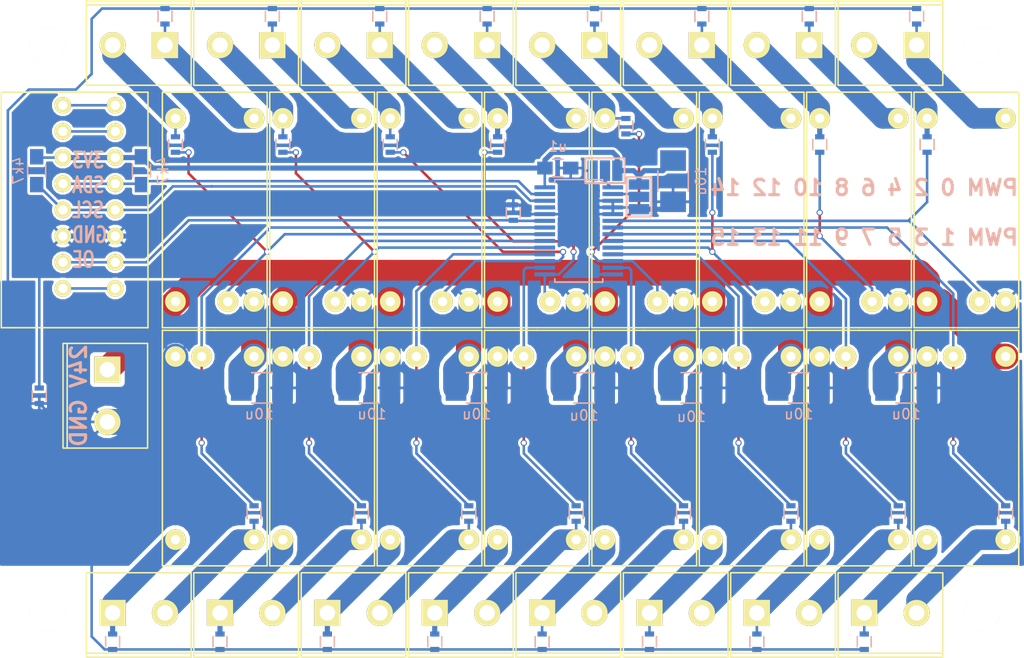
<source format=kicad_pcb>
(kicad_pcb (version 4) (host pcbnew 4.0.0-stable)
  (layers (0 F.Cu signal) (31 B.Cu signal) (34 B.Paste user) (35 F.Paste user) (36 B.SilkS user) (37 F.SilkS user) (38 B.Mask user) (39 F.Mask user) (44 Edge.Cuts user))
  (net 0 "")
  (net 1 +24V)
  (net 2 GND)
  (net 3 /OE)
  (net 4 +3V3)
  (net 5 "Net-(JP3-Pad2)")
  (net 6 "Net-(JP4-Pad2)")
  (net 7 /pwm1/PWM_IN)
  (net 8 /pwm2/PWM_IN)
  (net 9 /pwm3/PWM_IN)
  (net 10 /pwm4/PWM_IN)
  (net 11 /pwm5/PWM_IN)
  (net 12 /pwm6/PWM_IN)
  (net 13 /pwm7/PWM_IN)
  (net 14 /pwm8/PWM_IN)
  (net 15 /SDA)
  (net 16 /SCL)
  (net 17 "Net-(P1-Pad8)")
  (net 18 GNDA)
  (net 19 /pwm9/PWM_IN)
  (net 20 /pwm10/PWM_IN)
  (net 21 /pwm11/PWM_IN)
  (net 22 /pwm12/PWM_IN)
  (net 23 /pwm13/PWM_IN)
  (net 24 /pwm14/PWM_IN)
  (net 25 /pwm15/PWM_IN)
  (net 26 /pwm16/PWM_IN)
  (net 27 "Net-(P1-Pad2)")
  (net 28 "Net-(P1-Pad1)")
  (net 29 /pwm1/LED-)
  (net 30 /pwm1/LED+)
  (net 31 /pwm2/LED-)
  (net 32 /pwm2/LED+)
  (net 33 /pwm3/LED-)
  (net 34 /pwm3/LED+)
  (net 35 /pwm4/LED-)
  (net 36 /pwm4/LED+)
  (net 37 /pwm5/LED-)
  (net 38 /pwm5/LED+)
  (net 39 /pwm6/LED-)
  (net 40 /pwm6/LED+)
  (net 41 /pwm7/LED-)
  (net 42 /pwm7/LED+)
  (net 43 /pwm8/LED-)
  (net 44 /pwm8/LED+)
  (net 45 /pwm9/LED-)
  (net 46 /pwm9/LED+)
  (net 47 /pwm10/LED-)
  (net 48 /pwm10/LED+)
  (net 49 /pwm11/LED-)
  (net 50 /pwm11/LED+)
  (net 51 /pwm12/LED-)
  (net 52 /pwm12/LED+)
  (net 53 /pwm13/LED-)
  (net 54 /pwm13/LED+)
  (net 55 /pwm14/LED-)
  (net 56 /pwm14/LED+)
  (net 57 /pwm15/LED-)
  (net 58 /pwm15/LED+)
  (net 59 /pwm16/LED-)
  (net 60 /pwm16/LED+)
  (module Capacitors_SMD:C_1210_HandSoldering (layer B.Cu) (at 66.548 67.564)
    (fp_text reference C1 hide)
    (fp_text value 10u (at 0.254 2.54) (layer B.SilkS) (effects (justify mirror)))
    (pad 1 smd rect (at -2 0) (size 2 2.5) (layers B.Cu B.Paste B.Mask) (net 1 +24V))
    (pad 2 smd rect (at 2 0) (size 2 2.5) (layers B.Cu B.Paste B.Mask) (net 2 GND))
  )
  (module Capacitors_SMD:C_1210_HandSoldering (layer B.Cu) (at 76.962 67.564)
    (fp_text reference C2 hide)
    (fp_text value 10u (at 0 2.54) (layer B.SilkS) (effects (justify mirror)))
    (pad 1 smd rect (at -2 0) (size 2 2.5) (layers B.Cu B.Paste B.Mask) (net 1 +24V))
    (pad 2 smd rect (at 2 0) (size 2 2.5) (layers B.Cu B.Paste B.Mask) (net 2 GND))
  )
  (module Capacitors_SMD:C_1210_HandSoldering (layer B.Cu) (at 87.376 67.564)
    (fp_text reference C3 hide)
    (fp_text value 10u (at 0 2.667) (layer B.SilkS) (effects (justify mirror)))
    (pad 1 smd rect (at -2 0) (size 2 2.5) (layers B.Cu B.Paste B.Mask) (net 1 +24V))
    (pad 2 smd rect (at 2 0) (size 2 2.5) (layers B.Cu B.Paste B.Mask) (net 2 GND))
  )
  (module Capacitors_SMD:C_1210_HandSoldering (layer B.Cu) (at 97.79 67.564)
    (fp_text reference C4 hide)
    (fp_text value 10u (at 0 2.794) (layer B.SilkS) (effects (justify mirror)))
    (pad 1 smd rect (at -2 0) (size 2 2.5) (layers B.Cu B.Paste B.Mask) (net 1 +24V))
    (pad 2 smd rect (at 2 0) (size 2 2.5) (layers B.Cu B.Paste B.Mask) (net 2 GND))
  )
  (module Capacitors_SMD:C_1210_HandSoldering (layer B.Cu) (at 56.134 67.564)
    (fp_text reference C5 hide)
    (fp_text value 10u (at -0.254 2.54) (layer B.SilkS) (effects (justify mirror)))
    (pad 1 smd rect (at -2 0) (size 2 2.5) (layers B.Cu B.Paste B.Mask) (net 1 +24V))
    (pad 2 smd rect (at 2 0) (size 2 2.5) (layers B.Cu B.Paste B.Mask) (net 2 GND))
  )
  (module Capacitors_SMD:C_0805_HandSoldering (layer B.Cu) (at 84.836 46.228)
    (fp_text reference C7 hide)
    (fp_text value u1 (at 0 -2.1) (layer B.SilkS) (effects (justify mirror)))
    (pad 1 smd rect (at -1.25 0) (size 1.5 1.25) (layers B.Cu B.Paste B.Mask) (net 4 +3V3))
    (pad 2 smd rect (at 1.25 0) (size 1.5 1.25) (layers B.Cu B.Paste B.Mask) (net 18 GNDA))
  )
  (module Capacitors_SMD:C_1210_HandSoldering (layer B.Cu) (at 96.012 47.498 270)
    (fp_text reference C8 hide)
    (fp_text value 10u (at 0 -2.7 270) (layer B.SilkS) (effects (justify mirror)))
    (pad 1 smd rect (at -2 0 270) (size 2 2.5) (layers B.Cu B.Paste B.Mask) (net 4 +3V3))
    (pad 2 smd rect (at 2 0 270) (size 2 2.5) (layers B.Cu B.Paste B.Mask) (net 18 GNDA))
  )
  (module Resistors_SMD:R_0603 (layer B.Cu) (at 34.544 68.326 270)
    (fp_text reference JP1 hide)
    (fp_text value JUMPER hide)
    (pad 1 smd rect (at -0.75 0 270) (size 0.5 0.9) (layers B.Cu B.Paste B.Mask) (net 18 GNDA))
    (pad 2 smd rect (at 0.75 0 270) (size 0.5 0.9) (layers B.Cu B.Paste B.Mask) (net 2 GND))
  )
  (module sensact:SMD-solder-bridge-3pin (layer B.Cu) (at 89.408 46.482 180)
    (fp_text reference JP3 hide)
    (fp_text value JUMPER3 hide)
    (pad 1 smd rect (at -1.2 0 180) (size 1 2) (layers B.Cu B.Mask) (net 4 +3V3))
    (pad 2 smd rect (at 0 0 180) (size 1 2) (layers B.Cu B.Mask) (net 5 "Net-(JP3-Pad2)"))
    (pad 3 smd rect (at 1.2 0 180) (size 1 2) (layers B.Cu B.Mask) (net 18 GNDA))
  )
  (module Resistors_SMD:R_0603 (layer B.Cu) (at 119.634 31.496 270)
    (fp_text reference JP5 hide)
    (fp_text value JUMPER hide)
    (pad 1 smd rect (at -0.75 0 270) (size 0.5 0.9) (layers B.Cu B.Paste B.Mask) (net 2 GND))
    (pad 2 smd rect (at 0.75 0 270) (size 0.5 0.9) (layers B.Cu B.Paste B.Mask) (net 29 /pwm1/LED-))
  )
  (module Resistors_SMD:R_0603 (layer B.Cu) (at 120.65 43.942 90)
    (fp_text reference JP6 hide)
    (fp_text value JUMPER hide)
    (pad 1 smd rect (at -0.75 0 90) (size 0.5 0.9) (layers B.Cu B.Paste B.Mask) (net 7 /pwm1/PWM_IN))
    (pad 2 smd rect (at 0.75 0 90) (size 0.5 0.9) (layers B.Cu B.Paste B.Mask) (net 30 /pwm1/LED+))
  )
  (module Resistors_SMD:R_0603 (layer B.Cu) (at 114.554 92.202 90)
    (fp_text reference JP7 hide)
    (fp_text value JUMPER hide)
    (pad 1 smd rect (at -0.75 0 90) (size 0.5 0.9) (layers B.Cu B.Paste B.Mask) (net 2 GND))
    (pad 2 smd rect (at 0.75 0 90) (size 0.5 0.9) (layers B.Cu B.Paste B.Mask) (net 31 /pwm2/LED-))
  )
  (module Resistors_SMD:R_0603 (layer B.Cu) (at 128.27 79.756 270)
    (fp_text reference JP8 hide)
    (fp_text value JUMPER hide)
    (pad 1 smd rect (at -0.75 0 270) (size 0.5 0.9) (layers B.Cu B.Paste B.Mask) (net 8 /pwm2/PWM_IN))
    (pad 2 smd rect (at 0.75 0 270) (size 0.5 0.9) (layers B.Cu B.Paste B.Mask) (net 32 /pwm2/LED+))
  )
  (module Resistors_SMD:R_0603 (layer B.Cu) (at 109.22 31.496 270)
    (fp_text reference JP9 hide)
    (fp_text value JUMPER hide)
    (pad 1 smd rect (at -0.75 0 270) (size 0.5 0.9) (layers B.Cu B.Paste B.Mask) (net 2 GND))
    (pad 2 smd rect (at 0.75 0 270) (size 0.5 0.9) (layers B.Cu B.Paste B.Mask) (net 33 /pwm3/LED-))
  )
  (module Resistors_SMD:R_0603 (layer B.Cu) (at 110.236 43.942 90)
    (fp_text reference JP10 hide)
    (fp_text value JUMPER hide)
    (pad 1 smd rect (at -0.75 0 90) (size 0.5 0.9) (layers B.Cu B.Paste B.Mask) (net 9 /pwm3/PWM_IN))
    (pad 2 smd rect (at 0.75 0 90) (size 0.5 0.9) (layers B.Cu B.Paste B.Mask) (net 34 /pwm3/LED+))
  )
  (module Resistors_SMD:R_0603 (layer B.Cu) (at 104.14 92.202 90)
    (fp_text reference JP11 hide)
    (fp_text value JUMPER hide)
    (pad 1 smd rect (at -0.75 0 90) (size 0.5 0.9) (layers B.Cu B.Paste B.Mask) (net 2 GND))
    (pad 2 smd rect (at 0.75 0 90) (size 0.5 0.9) (layers B.Cu B.Paste B.Mask) (net 35 /pwm4/LED-))
  )
  (module Resistors_SMD:R_0603 (layer B.Cu) (at 117.856 79.756 270)
    (fp_text reference JP12 hide)
    (fp_text value JUMPER hide)
    (pad 1 smd rect (at -0.75 0 270) (size 0.5 0.9) (layers B.Cu B.Paste B.Mask) (net 10 /pwm4/PWM_IN))
    (pad 2 smd rect (at 0.75 0 270) (size 0.5 0.9) (layers B.Cu B.Paste B.Mask) (net 36 /pwm4/LED+))
  )
  (module Resistors_SMD:R_0603 (layer B.Cu) (at 98.806 31.496 270)
    (fp_text reference JP13 hide)
    (fp_text value JUMPER hide)
    (pad 1 smd rect (at -0.75 0 270) (size 0.5 0.9) (layers B.Cu B.Paste B.Mask) (net 2 GND))
    (pad 2 smd rect (at 0.75 0 270) (size 0.5 0.9) (layers B.Cu B.Paste B.Mask) (net 37 /pwm5/LED-))
  )
  (module Resistors_SMD:R_0603 (layer B.Cu) (at 99.822 43.942 90)
    (fp_text reference JP14 hide)
    (fp_text value JUMPER hide)
    (pad 1 smd rect (at -0.75 0 90) (size 0.5 0.9) (layers B.Cu B.Paste B.Mask) (net 11 /pwm5/PWM_IN))
    (pad 2 smd rect (at 0.75 0 90) (size 0.5 0.9) (layers B.Cu B.Paste B.Mask) (net 38 /pwm5/LED+))
  )
  (module Resistors_SMD:R_0603 (layer B.Cu) (at 93.726 92.202 90)
    (fp_text reference JP15 hide)
    (fp_text value JUMPER hide)
    (pad 1 smd rect (at -0.75 0 90) (size 0.5 0.9) (layers B.Cu B.Paste B.Mask) (net 2 GND))
    (pad 2 smd rect (at 0.75 0 90) (size 0.5 0.9) (layers B.Cu B.Paste B.Mask) (net 39 /pwm6/LED-))
  )
  (module Resistors_SMD:R_0603 (layer B.Cu) (at 107.442 79.756 270)
    (fp_text reference JP16 hide)
    (fp_text value JUMPER hide)
    (pad 1 smd rect (at -0.75 0 270) (size 0.5 0.9) (layers B.Cu B.Paste B.Mask) (net 12 /pwm6/PWM_IN))
    (pad 2 smd rect (at 0.75 0 270) (size 0.5 0.9) (layers B.Cu B.Paste B.Mask) (net 40 /pwm6/LED+))
  )
  (module Resistors_SMD:R_0603 (layer B.Cu) (at 88.392 31.496 270)
    (fp_text reference JP17 hide)
    (fp_text value JUMPER hide)
    (pad 1 smd rect (at -0.75 0 270) (size 0.5 0.9) (layers B.Cu B.Paste B.Mask) (net 2 GND))
    (pad 2 smd rect (at 0.75 0 270) (size 0.5 0.9) (layers B.Cu B.Paste B.Mask) (net 41 /pwm7/LED-))
  )
  (module Resistors_SMD:R_0603 (layer B.Cu) (at 91.44 42.164 90)
    (fp_text reference JP18 hide)
    (fp_text value JUMPER hide)
    (pad 1 smd rect (at -0.75 0 90) (size 0.5 0.9) (layers B.Cu B.Paste B.Mask) (net 13 /pwm7/PWM_IN))
    (pad 2 smd rect (at 0.75 0 90) (size 0.5 0.9) (layers B.Cu B.Paste B.Mask) (net 42 /pwm7/LED+))
  )
  (module Resistors_SMD:R_0603 (layer B.Cu) (at 83.312 92.202 90)
    (fp_text reference JP19 hide)
    (fp_text value JUMPER hide)
    (pad 1 smd rect (at -0.75 0 90) (size 0.5 0.9) (layers B.Cu B.Paste B.Mask) (net 2 GND))
    (pad 2 smd rect (at 0.75 0 90) (size 0.5 0.9) (layers B.Cu B.Paste B.Mask) (net 43 /pwm8/LED-))
  )
  (module sensact:KF141R-8p (layer F.Cu) (at 39.37 49.022 270)
    (fp_text reference P1 hide)
    (fp_text value CONN_01X08 hide)
    (pad 2 thru_hole circle (at -6.35 -2.54 270) (size 1.6 1.6) (drill 0.9) (layers *.Cu *.Mask F.SilkS) (net 27 "Net-(P1-Pad2)"))
    (pad 2 thru_hole circle (at -6.35 2.54 270) (size 1.6 1.6) (drill 0.9) (layers *.Cu *.Mask F.SilkS) (net 27 "Net-(P1-Pad2)"))
    (pad 3 thru_hole circle (at -3.81 -2.54 270) (size 1.6 1.6) (drill 0.9) (layers *.Cu *.Mask F.SilkS) (net 4 +3V3))
    (pad 3 thru_hole circle (at -3.81 2.54 270) (size 1.6 1.6) (drill 0.9) (layers *.Cu *.Mask F.SilkS) (net 4 +3V3))
    (pad 1 thru_hole circle (at -8.89 2.54 270) (size 1.6 1.6) (drill 0.9) (layers *.Cu *.Mask F.SilkS) (net 28 "Net-(P1-Pad1)"))
    (pad 1 thru_hole circle (at -8.89 -2.54 270) (size 1.6 1.6) (drill 0.9) (layers *.Cu *.Mask F.SilkS) (net 28 "Net-(P1-Pad1)"))
    (pad 4 thru_hole circle (at -1.27 2.54 270) (size 1.6 1.6) (drill 0.9) (layers *.Cu *.Mask F.SilkS) (net 15 /SDA))
    (pad 4 thru_hole circle (at -1.27 -2.54 270) (size 1.6 1.6) (drill 0.9) (layers *.Cu *.Mask F.SilkS) (net 15 /SDA))
    (pad 5 thru_hole circle (at 1.27 2.54 270) (size 1.6 1.6) (drill 0.9) (layers *.Cu *.Mask F.SilkS) (net 16 /SCL))
    (pad 6 thru_hole circle (at 3.81 2.54 270) (size 1.6 1.6) (drill 0.9) (layers *.Cu *.Mask F.SilkS) (net 18 GNDA))
    (pad 7 thru_hole circle (at 6.35 2.54 270) (size 1.6 1.6) (drill 0.9) (layers *.Cu *.Mask F.SilkS) (net 3 /OE))
    (pad 8 thru_hole circle (at 8.89 2.54 270) (size 1.6 1.6) (drill 0.9) (layers *.Cu *.Mask F.SilkS) (net 17 "Net-(P1-Pad8)"))
    (pad 5 thru_hole circle (at 1.27 -2.54 270) (size 1.6 1.6) (drill 0.9) (layers *.Cu *.Mask F.SilkS) (net 16 /SCL))
    (pad 6 thru_hole circle (at 3.81 -2.54 270) (size 1.6 1.6) (drill 0.9) (layers *.Cu *.Mask F.SilkS) (net 18 GNDA))
    (pad 7 thru_hole circle (at 6.35 -2.54 270) (size 1.6 1.6) (drill 0.9) (layers *.Cu *.Mask F.SilkS) (net 3 /OE))
    (pad 8 thru_hole circle (at 8.89 -2.54 270) (size 1.6 1.6) (drill 0.9) (layers *.Cu *.Mask F.SilkS) (net 17 "Net-(P1-Pad8)"))
  )
  (module sensact:conn_2P (layer F.Cu) (at 41.148 68.326 90)
    (fp_text reference P2 hide)
    (fp_text value CONN_01X02 hide)
    (pad 1 thru_hole rect (at 2.54 0 90) (size 2.54 2.54) (drill 1.5) (layers *.Cu *.Mask F.SilkS) (net 1 +24V))
    (pad 2 thru_hole circle (at -2.54 0 90) (size 2.54 2.54) (drill 1.5) (layers *.Cu *.Mask F.SilkS) (net 2 GND))
  )
  (module sensact:conn_2P (layer F.Cu) (at 117.094 34.29)
    (fp_text reference P3 hide)
    (fp_text value CONN_01X02 hide)
    (pad 1 thru_hole rect (at 2.54 0) (size 2.54 2.54) (drill 1.5) (layers *.Cu *.Mask F.SilkS) (net 29 /pwm1/LED-))
    (pad 2 thru_hole circle (at -2.54 0) (size 2.54 2.54) (drill 1.5) (layers *.Cu *.Mask F.SilkS) (net 30 /pwm1/LED+))
  )
  (module sensact:conn_2P (layer F.Cu) (at 117.094 89.408 180)
    (fp_text reference P4 hide)
    (fp_text value CONN_01X02 hide)
    (pad 1 thru_hole rect (at 2.54 0 180) (size 2.54 2.54) (drill 1.5) (layers *.Cu *.Mask F.SilkS) (net 31 /pwm2/LED-))
    (pad 2 thru_hole circle (at -2.54 0 180) (size 2.54 2.54) (drill 1.5) (layers *.Cu *.Mask F.SilkS) (net 32 /pwm2/LED+))
  )
  (module sensact:conn_2P (layer F.Cu) (at 106.68 34.29)
    (fp_text reference P5 hide)
    (fp_text value CONN_01X02 hide)
    (pad 1 thru_hole rect (at 2.54 0) (size 2.54 2.54) (drill 1.5) (layers *.Cu *.Mask F.SilkS) (net 33 /pwm3/LED-))
    (pad 2 thru_hole circle (at -2.54 0) (size 2.54 2.54) (drill 1.5) (layers *.Cu *.Mask F.SilkS) (net 34 /pwm3/LED+))
  )
  (module sensact:conn_2P (layer F.Cu) (at 106.68 89.408 180)
    (fp_text reference P6 hide)
    (fp_text value CONN_01X02 hide)
    (pad 1 thru_hole rect (at 2.54 0 180) (size 2.54 2.54) (drill 1.5) (layers *.Cu *.Mask F.SilkS) (net 35 /pwm4/LED-))
    (pad 2 thru_hole circle (at -2.54 0 180) (size 2.54 2.54) (drill 1.5) (layers *.Cu *.Mask F.SilkS) (net 36 /pwm4/LED+))
  )
  (module sensact:conn_2P (layer F.Cu) (at 96.266 34.29)
    (fp_text reference P7 hide)
    (fp_text value CONN_01X02 hide)
    (pad 1 thru_hole rect (at 2.54 0) (size 2.54 2.54) (drill 1.5) (layers *.Cu *.Mask F.SilkS) (net 37 /pwm5/LED-))
    (pad 2 thru_hole circle (at -2.54 0) (size 2.54 2.54) (drill 1.5) (layers *.Cu *.Mask F.SilkS) (net 38 /pwm5/LED+))
  )
  (module sensact:conn_2P (layer F.Cu) (at 96.266 89.408 180)
    (fp_text reference P8 hide)
    (fp_text value CONN_01X02 hide)
    (pad 1 thru_hole rect (at 2.54 0 180) (size 2.54 2.54) (drill 1.5) (layers *.Cu *.Mask F.SilkS) (net 39 /pwm6/LED-))
    (pad 2 thru_hole circle (at -2.54 0 180) (size 2.54 2.54) (drill 1.5) (layers *.Cu *.Mask F.SilkS) (net 40 /pwm6/LED+))
  )
  (module sensact:conn_2P (layer F.Cu) (at 85.852 34.29)
    (fp_text reference P9 hide)
    (fp_text value CONN_01X02 hide)
    (pad 1 thru_hole rect (at 2.54 0) (size 2.54 2.54) (drill 1.5) (layers *.Cu *.Mask F.SilkS) (net 41 /pwm7/LED-))
    (pad 2 thru_hole circle (at -2.54 0) (size 2.54 2.54) (drill 1.5) (layers *.Cu *.Mask F.SilkS) (net 42 /pwm7/LED+))
  )
  (module sensact:conn_2P (layer F.Cu) (at 85.852 89.408 180)
    (fp_text reference P10 hide)
    (fp_text value CONN_01X02 hide)
    (pad 1 thru_hole rect (at 2.54 0 180) (size 2.54 2.54) (drill 1.5) (layers *.Cu *.Mask F.SilkS) (net 43 /pwm8/LED-))
    (pad 2 thru_hole circle (at -2.54 0 180) (size 2.54 2.54) (drill 1.5) (layers *.Cu *.Mask F.SilkS) (net 44 /pwm8/LED+))
  )
  (module sensact:TSSOP-28_4.4x9.7mm_Pitch0.65mm_handsolder (layer B.Cu) (at 86.868 52.324 180)
    (fp_text reference U1 hide)
    (fp_text value PCA9685 hide)
    (pad 1 smd rect (at -3.3 4.225 180) (size 2 0.4) (layers B.Cu B.Paste B.Mask) (net 5 "Net-(JP3-Pad2)"))
    (pad 15 smd rect (at 3.3 -4.225 180) (size 2 0.4) (layers B.Cu B.Paste B.Mask) (net 19 /pwm9/PWM_IN))
    (pad 2 smd rect (at -3.3 3.575 180) (size 2 0.4) (layers B.Cu B.Paste B.Mask) (net 6 "Net-(JP4-Pad2)"))
    (pad 3 smd rect (at -3.3 2.925 180) (size 2 0.4) (layers B.Cu B.Paste B.Mask) (net 18 GNDA))
    (pad 4 smd rect (at -3.3 2.275 180) (size 2 0.4) (layers B.Cu B.Paste B.Mask) (net 18 GNDA))
    (pad 5 smd rect (at -3.3 1.625 180) (size 2 0.4) (layers B.Cu B.Paste B.Mask) (net 18 GNDA))
    (pad 6 smd rect (at -3.3 0.975 180) (size 2 0.4) (layers B.Cu B.Paste B.Mask) (net 7 /pwm1/PWM_IN))
    (pad 7 smd rect (at -3.3 0.325 180) (size 2 0.4) (layers B.Cu B.Paste B.Mask) (net 8 /pwm2/PWM_IN))
    (pad 8 smd rect (at -3.3 -0.325 180) (size 2 0.4) (layers B.Cu B.Paste B.Mask) (net 9 /pwm3/PWM_IN))
    (pad 9 smd rect (at -3.3 -0.975 180) (size 2 0.4) (layers B.Cu B.Paste B.Mask) (net 10 /pwm4/PWM_IN))
    (pad 10 smd rect (at -3.3 -1.625 180) (size 2 0.4) (layers B.Cu B.Paste B.Mask) (net 11 /pwm5/PWM_IN))
    (pad 11 smd rect (at -3.3 -2.275 180) (size 2 0.4) (layers B.Cu B.Paste B.Mask) (net 12 /pwm6/PWM_IN))
    (pad 12 smd rect (at -3.3 -2.925 180) (size 2 0.4) (layers B.Cu B.Paste B.Mask) (net 13 /pwm7/PWM_IN))
    (pad 13 smd rect (at -3.3 -3.575 180) (size 2 0.4) (layers B.Cu B.Paste B.Mask) (net 14 /pwm8/PWM_IN))
    (pad 14 smd rect (at -3.3 -4.225 180) (size 2 0.4) (layers B.Cu B.Paste B.Mask) (net 18 GNDA))
    (pad 16 smd rect (at 3.3 -3.575 180) (size 2 0.4) (layers B.Cu B.Paste B.Mask) (net 20 /pwm10/PWM_IN))
    (pad 17 smd rect (at 3.3 -2.925 180) (size 2 0.4) (layers B.Cu B.Paste B.Mask) (net 21 /pwm11/PWM_IN))
    (pad 18 smd rect (at 3.3 -2.275 180) (size 2 0.4) (layers B.Cu B.Paste B.Mask) (net 22 /pwm12/PWM_IN))
    (pad 19 smd rect (at 3.3 -1.625 180) (size 2 0.4) (layers B.Cu B.Paste B.Mask) (net 23 /pwm13/PWM_IN))
    (pad 20 smd rect (at 3.3 -0.975 180) (size 2 0.4) (layers B.Cu B.Paste B.Mask) (net 24 /pwm14/PWM_IN))
    (pad 21 smd rect (at 3.3 -0.325 180) (size 2 0.4) (layers B.Cu B.Paste B.Mask) (net 25 /pwm15/PWM_IN))
    (pad 22 smd rect (at 3.3 0.325 180) (size 2 0.4) (layers B.Cu B.Paste B.Mask) (net 26 /pwm16/PWM_IN))
    (pad 23 smd rect (at 3.3 0.975 180) (size 2 0.4) (layers B.Cu B.Paste B.Mask) (net 3 /OE))
    (pad 24 smd rect (at 3.3 1.625 180) (size 2 0.4) (layers B.Cu B.Paste B.Mask) (net 18 GNDA))
    (pad 25 smd rect (at 3.3 2.275 180) (size 2 0.4) (layers B.Cu B.Paste B.Mask))
    (pad 26 smd rect (at 3.3 2.925 180) (size 2 0.4) (layers B.Cu B.Paste B.Mask) (net 16 /SCL))
    (pad 27 smd rect (at 3.3 3.575 180) (size 2 0.4) (layers B.Cu B.Paste B.Mask) (net 15 /SDA))
    (pad 28 smd rect (at 3.3 4.225 180) (size 2 0.4) (layers B.Cu B.Paste B.Mask) (net 4 +3V3))
  )
  (module sensact:MEANWELL_LDD_L (layer F.Cu) (at 124.46 50.292 90)
    (fp_text reference U2 hide)
    (fp_text value LED_DRIVER hide)
    (pad 1 thru_hole circle (at -8.89 -3.81 90) (size 2 2) (drill 0.9) (layers *.Cu *.Mask F.SilkS) (net 1 +24V))
    (pad 3 thru_hole circle (at -8.89 1.27 90) (size 2 2) (drill 0.9) (layers *.Cu *.Mask F.SilkS) (net 7 /pwm1/PWM_IN))
    (pad 4 thru_hole circle (at -8.89 3.81 90) (size 2 2) (drill 0.9) (layers *.Cu *.Mask F.SilkS) (net 2 GND))
    (pad 6 thru_hole circle (at 8.89 -3.81 90) (size 2 2) (drill 0.9) (layers *.Cu *.Mask F.SilkS) (net 30 /pwm1/LED+))
    (pad 5 thru_hole circle (at 8.89 3.81 90) (size 2 2) (drill 0.9) (layers *.Cu *.Mask F.SilkS) (net 29 /pwm1/LED-))
  )
  (module sensact:MEANWELL_LDD_L (layer F.Cu) (at 124.46 73.406 270)
    (fp_text reference U3 hide)
    (fp_text value LED_DRIVER hide)
    (pad 1 thru_hole circle (at -8.89 -3.81 270) (size 2 2) (drill 0.9) (layers *.Cu *.Mask F.SilkS) (net 1 +24V))
    (pad 3 thru_hole circle (at -8.89 1.27 270) (size 2 2) (drill 0.9) (layers *.Cu *.Mask F.SilkS) (net 8 /pwm2/PWM_IN))
    (pad 4 thru_hole circle (at -8.89 3.81 270) (size 2 2) (drill 0.9) (layers *.Cu *.Mask F.SilkS) (net 2 GND))
    (pad 6 thru_hole circle (at 8.89 -3.81 270) (size 2 2) (drill 0.9) (layers *.Cu *.Mask F.SilkS) (net 32 /pwm2/LED+))
    (pad 5 thru_hole circle (at 8.89 3.81 270) (size 2 2) (drill 0.9) (layers *.Cu *.Mask F.SilkS) (net 31 /pwm2/LED-))
  )
  (module sensact:MEANWELL_LDD_L (layer F.Cu) (at 114.046 50.292 90)
    (fp_text reference U4 hide)
    (fp_text value LED_DRIVER hide)
    (pad 1 thru_hole circle (at -8.89 -3.81 90) (size 2 2) (drill 0.9) (layers *.Cu *.Mask F.SilkS) (net 1 +24V))
    (pad 3 thru_hole circle (at -8.89 1.27 90) (size 2 2) (drill 0.9) (layers *.Cu *.Mask F.SilkS) (net 9 /pwm3/PWM_IN))
    (pad 4 thru_hole circle (at -8.89 3.81 90) (size 2 2) (drill 0.9) (layers *.Cu *.Mask F.SilkS) (net 2 GND))
    (pad 6 thru_hole circle (at 8.89 -3.81 90) (size 2 2) (drill 0.9) (layers *.Cu *.Mask F.SilkS) (net 34 /pwm3/LED+))
    (pad 5 thru_hole circle (at 8.89 3.81 90) (size 2 2) (drill 0.9) (layers *.Cu *.Mask F.SilkS) (net 33 /pwm3/LED-))
  )
  (module sensact:MEANWELL_LDD_L (layer F.Cu) (at 114.046 73.406 270)
    (fp_text reference U5 hide)
    (fp_text value LED_DRIVER hide)
    (pad 1 thru_hole circle (at -8.89 -3.81 270) (size 2 2) (drill 0.9) (layers *.Cu *.Mask F.SilkS) (net 1 +24V))
    (pad 3 thru_hole circle (at -8.89 1.27 270) (size 2 2) (drill 0.9) (layers *.Cu *.Mask F.SilkS) (net 10 /pwm4/PWM_IN))
    (pad 4 thru_hole circle (at -8.89 3.81 270) (size 2 2) (drill 0.9) (layers *.Cu *.Mask F.SilkS) (net 2 GND))
    (pad 6 thru_hole circle (at 8.89 -3.81 270) (size 2 2) (drill 0.9) (layers *.Cu *.Mask F.SilkS) (net 36 /pwm4/LED+))
    (pad 5 thru_hole circle (at 8.89 3.81 270) (size 2 2) (drill 0.9) (layers *.Cu *.Mask F.SilkS) (net 35 /pwm4/LED-))
  )
  (module sensact:MEANWELL_LDD_L (layer F.Cu) (at 103.632 50.292 90)
    (fp_text reference U6 hide)
    (fp_text value LED_DRIVER hide)
    (pad 1 thru_hole circle (at -8.89 -3.81 90) (size 2 2) (drill 0.9) (layers *.Cu *.Mask F.SilkS) (net 1 +24V))
    (pad 3 thru_hole circle (at -8.89 1.27 90) (size 2 2) (drill 0.9) (layers *.Cu *.Mask F.SilkS) (net 11 /pwm5/PWM_IN))
    (pad 4 thru_hole circle (at -8.89 3.81 90) (size 2 2) (drill 0.9) (layers *.Cu *.Mask F.SilkS) (net 2 GND))
    (pad 6 thru_hole circle (at 8.89 -3.81 90) (size 2 2) (drill 0.9) (layers *.Cu *.Mask F.SilkS) (net 38 /pwm5/LED+))
    (pad 5 thru_hole circle (at 8.89 3.81 90) (size 2 2) (drill 0.9) (layers *.Cu *.Mask F.SilkS) (net 37 /pwm5/LED-))
  )
  (module sensact:MEANWELL_LDD_L (layer F.Cu) (at 103.632 73.406 270)
    (fp_text reference U7 hide)
    (fp_text value LED_DRIVER hide)
    (pad 1 thru_hole circle (at -8.89 -3.81 270) (size 2 2) (drill 0.9) (layers *.Cu *.Mask F.SilkS) (net 1 +24V))
    (pad 3 thru_hole circle (at -8.89 1.27 270) (size 2 2) (drill 0.9) (layers *.Cu *.Mask F.SilkS) (net 12 /pwm6/PWM_IN))
    (pad 4 thru_hole circle (at -8.89 3.81 270) (size 2 2) (drill 0.9) (layers *.Cu *.Mask F.SilkS) (net 2 GND))
    (pad 6 thru_hole circle (at 8.89 -3.81 270) (size 2 2) (drill 0.9) (layers *.Cu *.Mask F.SilkS) (net 40 /pwm6/LED+))
    (pad 5 thru_hole circle (at 8.89 3.81 270) (size 2 2) (drill 0.9) (layers *.Cu *.Mask F.SilkS) (net 39 /pwm6/LED-))
  )
  (module sensact:MEANWELL_LDD_L (layer F.Cu) (at 93.218 50.292 90)
    (fp_text reference U8 hide)
    (fp_text value LED_DRIVER hide)
    (pad 1 thru_hole circle (at -8.89 -3.81 90) (size 2 2) (drill 0.9) (layers *.Cu *.Mask F.SilkS) (net 1 +24V))
    (pad 3 thru_hole circle (at -8.89 1.27 90) (size 2 2) (drill 0.9) (layers *.Cu *.Mask F.SilkS) (net 13 /pwm7/PWM_IN))
    (pad 4 thru_hole circle (at -8.89 3.81 90) (size 2 2) (drill 0.9) (layers *.Cu *.Mask F.SilkS) (net 2 GND))
    (pad 6 thru_hole circle (at 8.89 -3.81 90) (size 2 2) (drill 0.9) (layers *.Cu *.Mask F.SilkS) (net 42 /pwm7/LED+))
    (pad 5 thru_hole circle (at 8.89 3.81 90) (size 2 2) (drill 0.9) (layers *.Cu *.Mask F.SilkS) (net 41 /pwm7/LED-))
  )
  (module sensact:MEANWELL_LDD_L (layer F.Cu) (at 93.218 73.406 270)
    (fp_text reference U9 hide)
    (fp_text value LED_DRIVER hide)
    (pad 1 thru_hole circle (at -8.89 -3.81 270) (size 2 2) (drill 0.9) (layers *.Cu *.Mask F.SilkS) (net 1 +24V))
    (pad 3 thru_hole circle (at -8.89 1.27 270) (size 2 2) (drill 0.9) (layers *.Cu *.Mask F.SilkS) (net 14 /pwm8/PWM_IN))
    (pad 4 thru_hole circle (at -8.89 3.81 270) (size 2 2) (drill 0.9) (layers *.Cu *.Mask F.SilkS) (net 2 GND))
    (pad 6 thru_hole circle (at 8.89 -3.81 270) (size 2 2) (drill 0.9) (layers *.Cu *.Mask F.SilkS) (net 44 /pwm8/LED+))
    (pad 5 thru_hole circle (at 8.89 3.81 270) (size 2 2) (drill 0.9) (layers *.Cu *.Mask F.SilkS) (net 43 /pwm8/LED-))
  )
  (module Resistors_SMD:R_0603 (layer B.Cu) (at 80.518 50.546 90)
    (fp_text reference JP2 hide)
    (fp_text value JUMPER hide)
    (pad 1 smd rect (at -0.75 0 90) (size 0.5 0.9) (layers B.Cu B.Paste B.Mask) (net 3 /OE))
    (pad 2 smd rect (at 0.75 0 90) (size 0.5 0.9) (layers B.Cu B.Paste B.Mask) (net 18 GNDA))
  )
  (module sensact:SMD-solder-bridge-3pin (layer B.Cu) (at 92.71 49.022 270)
    (fp_text reference JP4 hide)
    (fp_text value JUMPER3 hide)
    (pad 1 smd rect (at -1.2 0 270) (size 1 2) (layers B.Cu B.Mask) (net 4 +3V3))
    (pad 2 smd rect (at 0 0 270) (size 1 2) (layers B.Cu B.Mask) (net 6 "Net-(JP4-Pad2)"))
    (pad 3 smd rect (at 1.2 0 270) (size 1 2) (layers B.Cu B.Mask) (net 18 GNDA))
  )
  (module Resistors_SMD:R_0603 (layer B.Cu) (at 97.028 79.756 270)
    (fp_text reference JP20 hide)
    (fp_text value JUMPER hide)
    (pad 1 smd rect (at -0.75 0 270) (size 0.5 0.9) (layers B.Cu B.Paste B.Mask) (net 14 /pwm8/PWM_IN))
    (pad 2 smd rect (at 0.75 0 270) (size 0.5 0.9) (layers B.Cu B.Paste B.Mask) (net 44 /pwm8/LED+))
  )
  (module Resistors_SMD:R_0603 (layer B.Cu) (at 77.978 31.496 270)
    (fp_text reference JP21 hide)
    (fp_text value JUMPER hide)
    (pad 1 smd rect (at -0.75 0 270) (size 0.5 0.9) (layers B.Cu B.Paste B.Mask) (net 2 GND))
    (pad 2 smd rect (at 0.75 0 270) (size 0.5 0.9) (layers B.Cu B.Paste B.Mask) (net 45 /pwm9/LED-))
  )
  (module Resistors_SMD:R_0603 (layer B.Cu) (at 78.994 43.942 90)
    (fp_text reference JP22 hide)
    (fp_text value JUMPER hide)
    (pad 1 smd rect (at -0.75 0 90) (size 0.5 0.9) (layers B.Cu B.Paste B.Mask) (net 19 /pwm9/PWM_IN))
    (pad 2 smd rect (at 0.75 0 90) (size 0.5 0.9) (layers B.Cu B.Paste B.Mask) (net 46 /pwm9/LED+))
  )
  (module Resistors_SMD:R_0603 (layer B.Cu) (at 72.898 92.202 90)
    (fp_text reference JP23 hide)
    (fp_text value JUMPER hide)
    (pad 1 smd rect (at -0.75 0 90) (size 0.5 0.9) (layers B.Cu B.Paste B.Mask) (net 2 GND))
    (pad 2 smd rect (at 0.75 0 90) (size 0.5 0.9) (layers B.Cu B.Paste B.Mask) (net 47 /pwm10/LED-))
  )
  (module Resistors_SMD:R_0603 (layer B.Cu) (at 86.614 79.756 270)
    (fp_text reference JP24 hide)
    (fp_text value JUMPER hide)
    (pad 1 smd rect (at -0.75 0 270) (size 0.5 0.9) (layers B.Cu B.Paste B.Mask) (net 20 /pwm10/PWM_IN))
    (pad 2 smd rect (at 0.75 0 270) (size 0.5 0.9) (layers B.Cu B.Paste B.Mask) (net 48 /pwm10/LED+))
  )
  (module Resistors_SMD:R_0603 (layer B.Cu) (at 67.564 31.496 270)
    (fp_text reference JP25 hide)
    (fp_text value JUMPER hide)
    (pad 1 smd rect (at -0.75 0 270) (size 0.5 0.9) (layers B.Cu B.Paste B.Mask) (net 2 GND))
    (pad 2 smd rect (at 0.75 0 270) (size 0.5 0.9) (layers B.Cu B.Paste B.Mask) (net 49 /pwm11/LED-))
  )
  (module Resistors_SMD:R_0603 (layer B.Cu) (at 68.58 43.942 90)
    (fp_text reference JP26 hide)
    (fp_text value JUMPER hide)
    (pad 1 smd rect (at -0.75 0 90) (size 0.5 0.9) (layers B.Cu B.Paste B.Mask) (net 21 /pwm11/PWM_IN))
    (pad 2 smd rect (at 0.75 0 90) (size 0.5 0.9) (layers B.Cu B.Paste B.Mask) (net 50 /pwm11/LED+))
  )
  (module Resistors_SMD:R_0603 (layer B.Cu) (at 62.484 92.202 90)
    (fp_text reference JP27 hide)
    (fp_text value JUMPER hide)
    (pad 1 smd rect (at -0.75 0 90) (size 0.5 0.9) (layers B.Cu B.Paste B.Mask) (net 2 GND))
    (pad 2 smd rect (at 0.75 0 90) (size 0.5 0.9) (layers B.Cu B.Paste B.Mask) (net 51 /pwm12/LED-))
  )
  (module Resistors_SMD:R_0603 (layer B.Cu) (at 76.2 79.756 270)
    (fp_text reference JP28 hide)
    (fp_text value JUMPER hide)
    (pad 1 smd rect (at -0.75 0 270) (size 0.5 0.9) (layers B.Cu B.Paste B.Mask) (net 22 /pwm12/PWM_IN))
    (pad 2 smd rect (at 0.75 0 270) (size 0.5 0.9) (layers B.Cu B.Paste B.Mask) (net 52 /pwm12/LED+))
  )
  (module Resistors_SMD:R_0603 (layer B.Cu) (at 57.15 31.496 270)
    (fp_text reference JP29 hide)
    (fp_text value JUMPER hide)
    (pad 1 smd rect (at -0.75 0 270) (size 0.5 0.9) (layers B.Cu B.Paste B.Mask) (net 2 GND))
    (pad 2 smd rect (at 0.75 0 270) (size 0.5 0.9) (layers B.Cu B.Paste B.Mask) (net 53 /pwm13/LED-))
  )
  (module Resistors_SMD:R_0603 (layer B.Cu) (at 58.166 43.942 90)
    (fp_text reference JP30 hide)
    (fp_text value JUMPER hide)
    (pad 1 smd rect (at -0.75 0 90) (size 0.5 0.9) (layers B.Cu B.Paste B.Mask) (net 23 /pwm13/PWM_IN))
    (pad 2 smd rect (at 0.75 0 90) (size 0.5 0.9) (layers B.Cu B.Paste B.Mask) (net 54 /pwm13/LED+))
  )
  (module Resistors_SMD:R_0603 (layer B.Cu) (at 52.07 92.202 90)
    (fp_text reference JP31 hide)
    (fp_text value JUMPER hide)
    (pad 1 smd rect (at -0.75 0 90) (size 0.5 0.9) (layers B.Cu B.Paste B.Mask) (net 2 GND))
    (pad 2 smd rect (at 0.75 0 90) (size 0.5 0.9) (layers B.Cu B.Paste B.Mask) (net 55 /pwm14/LED-))
  )
  (module Resistors_SMD:R_0603 (layer B.Cu) (at 65.786 79.756 270)
    (fp_text reference JP32 hide)
    (fp_text value JUMPER hide)
    (pad 1 smd rect (at -0.75 0 270) (size 0.5 0.9) (layers B.Cu B.Paste B.Mask) (net 24 /pwm14/PWM_IN))
    (pad 2 smd rect (at 0.75 0 270) (size 0.5 0.9) (layers B.Cu B.Paste B.Mask) (net 56 /pwm14/LED+))
  )
  (module Resistors_SMD:R_0603 (layer B.Cu) (at 46.736 31.496 270)
    (fp_text reference JP33 hide)
    (fp_text value JUMPER hide)
    (pad 1 smd rect (at -0.75 0 270) (size 0.5 0.9) (layers B.Cu B.Paste B.Mask) (net 2 GND))
    (pad 2 smd rect (at 0.75 0 270) (size 0.5 0.9) (layers B.Cu B.Paste B.Mask) (net 57 /pwm15/LED-))
  )
  (module Resistors_SMD:R_0603 (layer B.Cu) (at 47.752 43.942 90)
    (fp_text reference JP34 hide)
    (fp_text value JUMPER hide)
    (pad 1 smd rect (at -0.75 0 90) (size 0.5 0.9) (layers B.Cu B.Paste B.Mask) (net 25 /pwm15/PWM_IN))
    (pad 2 smd rect (at 0.75 0 90) (size 0.5 0.9) (layers B.Cu B.Paste B.Mask) (net 58 /pwm15/LED+))
  )
  (module Resistors_SMD:R_0603 (layer B.Cu) (at 41.656 92.202 90)
    (fp_text reference JP35 hide)
    (fp_text value JUMPER hide)
    (pad 1 smd rect (at -0.75 0 90) (size 0.5 0.9) (layers B.Cu B.Paste B.Mask) (net 2 GND))
    (pad 2 smd rect (at 0.75 0 90) (size 0.5 0.9) (layers B.Cu B.Paste B.Mask) (net 59 /pwm16/LED-))
  )
  (module Resistors_SMD:R_0603 (layer B.Cu) (at 55.372 79.756 270)
    (fp_text reference JP36 hide)
    (fp_text value JUMPER hide)
    (pad 1 smd rect (at -0.75 0 270) (size 0.5 0.9) (layers B.Cu B.Paste B.Mask) (net 26 /pwm16/PWM_IN))
    (pad 2 smd rect (at 0.75 0 270) (size 0.5 0.9) (layers B.Cu B.Paste B.Mask) (net 60 /pwm16/LED+))
  )
  (module sensact:conn_2P (layer F.Cu) (at 75.438 34.29)
    (fp_text reference P11 hide)
    (fp_text value CONN_01X02 hide)
    (pad 1 thru_hole rect (at 2.54 0) (size 2.54 2.54) (drill 1.5) (layers *.Cu *.Mask F.SilkS) (net 45 /pwm9/LED-))
    (pad 2 thru_hole circle (at -2.54 0) (size 2.54 2.54) (drill 1.5) (layers *.Cu *.Mask F.SilkS) (net 46 /pwm9/LED+))
  )
  (module sensact:conn_2P (layer F.Cu) (at 75.438 89.408 180)
    (fp_text reference P12 hide)
    (fp_text value CONN_01X02 hide)
    (pad 1 thru_hole rect (at 2.54 0 180) (size 2.54 2.54) (drill 1.5) (layers *.Cu *.Mask F.SilkS) (net 47 /pwm10/LED-))
    (pad 2 thru_hole circle (at -2.54 0 180) (size 2.54 2.54) (drill 1.5) (layers *.Cu *.Mask F.SilkS) (net 48 /pwm10/LED+))
  )
  (module sensact:conn_2P (layer F.Cu) (at 65.024 34.29)
    (fp_text reference P13 hide)
    (fp_text value CONN_01X02 hide)
    (pad 1 thru_hole rect (at 2.54 0) (size 2.54 2.54) (drill 1.5) (layers *.Cu *.Mask F.SilkS) (net 49 /pwm11/LED-))
    (pad 2 thru_hole circle (at -2.54 0) (size 2.54 2.54) (drill 1.5) (layers *.Cu *.Mask F.SilkS) (net 50 /pwm11/LED+))
  )
  (module sensact:conn_2P (layer F.Cu) (at 65.024 89.408 180)
    (fp_text reference P14 hide)
    (fp_text value CONN_01X02 hide)
    (pad 1 thru_hole rect (at 2.54 0 180) (size 2.54 2.54) (drill 1.5) (layers *.Cu *.Mask F.SilkS) (net 51 /pwm12/LED-))
    (pad 2 thru_hole circle (at -2.54 0 180) (size 2.54 2.54) (drill 1.5) (layers *.Cu *.Mask F.SilkS) (net 52 /pwm12/LED+))
  )
  (module sensact:conn_2P (layer F.Cu) (at 54.61 34.29)
    (fp_text reference P15 hide)
    (fp_text value CONN_01X02 hide)
    (pad 1 thru_hole rect (at 2.54 0) (size 2.54 2.54) (drill 1.5) (layers *.Cu *.Mask F.SilkS) (net 53 /pwm13/LED-))
    (pad 2 thru_hole circle (at -2.54 0) (size 2.54 2.54) (drill 1.5) (layers *.Cu *.Mask F.SilkS) (net 54 /pwm13/LED+))
  )
  (module sensact:conn_2P (layer F.Cu) (at 54.61 89.408 180)
    (fp_text reference P16 hide)
    (fp_text value CONN_01X02 hide)
    (pad 1 thru_hole rect (at 2.54 0 180) (size 2.54 2.54) (drill 1.5) (layers *.Cu *.Mask F.SilkS) (net 55 /pwm14/LED-))
    (pad 2 thru_hole circle (at -2.54 0 180) (size 2.54 2.54) (drill 1.5) (layers *.Cu *.Mask F.SilkS) (net 56 /pwm14/LED+))
  )
  (module sensact:conn_2P (layer F.Cu) (at 44.196 34.29)
    (fp_text reference P17 hide)
    (fp_text value CONN_01X02 hide)
    (pad 1 thru_hole rect (at 2.54 0) (size 2.54 2.54) (drill 1.5) (layers *.Cu *.Mask F.SilkS) (net 57 /pwm15/LED-))
    (pad 2 thru_hole circle (at -2.54 0) (size 2.54 2.54) (drill 1.5) (layers *.Cu *.Mask F.SilkS) (net 58 /pwm15/LED+))
  )
  (module sensact:conn_2P (layer F.Cu) (at 44.196 89.408 180)
    (fp_text reference P18 hide)
    (fp_text value CONN_01X02 hide)
    (pad 1 thru_hole rect (at 2.54 0 180) (size 2.54 2.54) (drill 1.5) (layers *.Cu *.Mask F.SilkS) (net 59 /pwm16/LED-))
    (pad 2 thru_hole circle (at -2.54 0 180) (size 2.54 2.54) (drill 1.5) (layers *.Cu *.Mask F.SilkS) (net 60 /pwm16/LED+))
  )
  (module sensact:MEANWELL_LDD_L (layer F.Cu) (at 82.804 50.292 90)
    (fp_text reference U10 hide)
    (fp_text value LED_DRIVER hide)
    (pad 1 thru_hole circle (at -8.89 -3.81 90) (size 2 2) (drill 0.9) (layers *.Cu *.Mask F.SilkS) (net 1 +24V))
    (pad 3 thru_hole circle (at -8.89 1.27 90) (size 2 2) (drill 0.9) (layers *.Cu *.Mask F.SilkS) (net 19 /pwm9/PWM_IN))
    (pad 4 thru_hole circle (at -8.89 3.81 90) (size 2 2) (drill 0.9) (layers *.Cu *.Mask F.SilkS) (net 2 GND))
    (pad 6 thru_hole circle (at 8.89 -3.81 90) (size 2 2) (drill 0.9) (layers *.Cu *.Mask F.SilkS) (net 46 /pwm9/LED+))
    (pad 5 thru_hole circle (at 8.89 3.81 90) (size 2 2) (drill 0.9) (layers *.Cu *.Mask F.SilkS) (net 45 /pwm9/LED-))
  )
  (module sensact:MEANWELL_LDD_L (layer F.Cu) (at 82.804 73.406 270)
    (fp_text reference U11 hide)
    (fp_text value LED_DRIVER hide)
    (pad 1 thru_hole circle (at -8.89 -3.81 270) (size 2 2) (drill 0.9) (layers *.Cu *.Mask F.SilkS) (net 1 +24V))
    (pad 3 thru_hole circle (at -8.89 1.27 270) (size 2 2) (drill 0.9) (layers *.Cu *.Mask F.SilkS) (net 20 /pwm10/PWM_IN))
    (pad 4 thru_hole circle (at -8.89 3.81 270) (size 2 2) (drill 0.9) (layers *.Cu *.Mask F.SilkS) (net 2 GND))
    (pad 6 thru_hole circle (at 8.89 -3.81 270) (size 2 2) (drill 0.9) (layers *.Cu *.Mask F.SilkS) (net 48 /pwm10/LED+))
    (pad 5 thru_hole circle (at 8.89 3.81 270) (size 2 2) (drill 0.9) (layers *.Cu *.Mask F.SilkS) (net 47 /pwm10/LED-))
  )
  (module sensact:MEANWELL_LDD_L (layer F.Cu) (at 72.39 50.292 90)
    (fp_text reference U12 hide)
    (fp_text value LED_DRIVER hide)
    (pad 1 thru_hole circle (at -8.89 -3.81 90) (size 2 2) (drill 0.9) (layers *.Cu *.Mask F.SilkS) (net 1 +24V))
    (pad 3 thru_hole circle (at -8.89 1.27 90) (size 2 2) (drill 0.9) (layers *.Cu *.Mask F.SilkS) (net 21 /pwm11/PWM_IN))
    (pad 4 thru_hole circle (at -8.89 3.81 90) (size 2 2) (drill 0.9) (layers *.Cu *.Mask F.SilkS) (net 2 GND))
    (pad 6 thru_hole circle (at 8.89 -3.81 90) (size 2 2) (drill 0.9) (layers *.Cu *.Mask F.SilkS) (net 50 /pwm11/LED+))
    (pad 5 thru_hole circle (at 8.89 3.81 90) (size 2 2) (drill 0.9) (layers *.Cu *.Mask F.SilkS) (net 49 /pwm11/LED-))
  )
  (module sensact:MEANWELL_LDD_L (layer F.Cu) (at 72.39 73.406 270)
    (fp_text reference U13 hide)
    (fp_text value LED_DRIVER hide)
    (pad 1 thru_hole circle (at -8.89 -3.81 270) (size 2 2) (drill 0.9) (layers *.Cu *.Mask F.SilkS) (net 1 +24V))
    (pad 3 thru_hole circle (at -8.89 1.27 270) (size 2 2) (drill 0.9) (layers *.Cu *.Mask F.SilkS) (net 22 /pwm12/PWM_IN))
    (pad 4 thru_hole circle (at -8.89 3.81 270) (size 2 2) (drill 0.9) (layers *.Cu *.Mask F.SilkS) (net 2 GND))
    (pad 6 thru_hole circle (at 8.89 -3.81 270) (size 2 2) (drill 0.9) (layers *.Cu *.Mask F.SilkS) (net 52 /pwm12/LED+))
    (pad 5 thru_hole circle (at 8.89 3.81 270) (size 2 2) (drill 0.9) (layers *.Cu *.Mask F.SilkS) (net 51 /pwm12/LED-))
  )
  (module sensact:MEANWELL_LDD_L (layer F.Cu) (at 61.976 50.292 90)
    (fp_text reference U14 hide)
    (fp_text value LED_DRIVER hide)
    (pad 1 thru_hole circle (at -8.89 -3.81 90) (size 2 2) (drill 0.9) (layers *.Cu *.Mask F.SilkS) (net 1 +24V))
    (pad 3 thru_hole circle (at -8.89 1.27 90) (size 2 2) (drill 0.9) (layers *.Cu *.Mask F.SilkS) (net 23 /pwm13/PWM_IN))
    (pad 4 thru_hole circle (at -8.89 3.81 90) (size 2 2) (drill 0.9) (layers *.Cu *.Mask F.SilkS) (net 2 GND))
    (pad 6 thru_hole circle (at 8.89 -3.81 90) (size 2 2) (drill 0.9) (layers *.Cu *.Mask F.SilkS) (net 54 /pwm13/LED+))
    (pad 5 thru_hole circle (at 8.89 3.81 90) (size 2 2) (drill 0.9) (layers *.Cu *.Mask F.SilkS) (net 53 /pwm13/LED-))
  )
  (module sensact:MEANWELL_LDD_L (layer F.Cu) (at 61.976 73.406 270)
    (fp_text reference U15 hide)
    (fp_text value LED_DRIVER hide)
    (pad 1 thru_hole circle (at -8.89 -3.81 270) (size 2 2) (drill 0.9) (layers *.Cu *.Mask F.SilkS) (net 1 +24V))
    (pad 3 thru_hole circle (at -8.89 1.27 270) (size 2 2) (drill 0.9) (layers *.Cu *.Mask F.SilkS) (net 24 /pwm14/PWM_IN))
    (pad 4 thru_hole circle (at -8.89 3.81 270) (size 2 2) (drill 0.9) (layers *.Cu *.Mask F.SilkS) (net 2 GND))
    (pad 6 thru_hole circle (at 8.89 -3.81 270) (size 2 2) (drill 0.9) (layers *.Cu *.Mask F.SilkS) (net 56 /pwm14/LED+))
    (pad 5 thru_hole circle (at 8.89 3.81 270) (size 2 2) (drill 0.9) (layers *.Cu *.Mask F.SilkS) (net 55 /pwm14/LED-))
  )
  (module sensact:MEANWELL_LDD_L (layer F.Cu) (at 51.562 50.292 90)
    (fp_text reference U16 hide)
    (fp_text value LED_DRIVER hide)
    (pad 1 thru_hole circle (at -8.89 -3.81 90) (size 2 2) (drill 0.9) (layers *.Cu *.Mask F.SilkS) (net 1 +24V))
    (pad 3 thru_hole circle (at -8.89 1.27 90) (size 2 2) (drill 0.9) (layers *.Cu *.Mask F.SilkS) (net 25 /pwm15/PWM_IN))
    (pad 4 thru_hole circle (at -8.89 3.81 90) (size 2 2) (drill 0.9) (layers *.Cu *.Mask F.SilkS) (net 2 GND))
    (pad 6 thru_hole circle (at 8.89 -3.81 90) (size 2 2) (drill 0.9) (layers *.Cu *.Mask F.SilkS) (net 58 /pwm15/LED+))
    (pad 5 thru_hole circle (at 8.89 3.81 90) (size 2 2) (drill 0.9) (layers *.Cu *.Mask F.SilkS) (net 57 /pwm15/LED-))
  )
  (module sensact:MEANWELL_LDD_L (layer F.Cu) (at 51.562 73.406 270)
    (fp_text reference U17 hide)
    (fp_text value LED_DRIVER hide)
    (pad 1 thru_hole circle (at -8.89 -3.81 270) (size 2 2) (drill 0.9) (layers *.Cu *.Mask F.SilkS) (net 1 +24V))
    (pad 3 thru_hole circle (at -8.89 1.27 270) (size 2 2) (drill 0.9) (layers *.Cu *.Mask F.SilkS) (net 26 /pwm16/PWM_IN))
    (pad 4 thru_hole circle (at -8.89 3.81 270) (size 2 2) (drill 0.9) (layers *.Cu *.Mask F.SilkS) (net 2 GND))
    (pad 6 thru_hole circle (at 8.89 -3.81 270) (size 2 2) (drill 0.9) (layers *.Cu *.Mask F.SilkS) (net 60 /pwm16/LED+))
    (pad 5 thru_hole circle (at 8.89 3.81 270) (size 2 2) (drill 0.9) (layers *.Cu *.Mask F.SilkS) (net 59 /pwm16/LED-))
  )
  (module Mounting_Holes:MountingHole_3.5mm (layer F.Cu) (at 35.306 34.29)
    (fp_text reference P19 hide)
    (fp_text value CONN_01X01 hide)
    (pad 1 np_thru_hole circle (at 0 0) (size 3.5 3.5) (drill 3.5) (layers *.Cu *.Mask F.SilkS))
  )
  (module Mounting_Holes:MountingHole_3.5mm (layer F.Cu) (at 125.984 34.29)
    (fp_text reference P20 hide)
    (fp_text value CONN_01X01 hide)
    (pad 1 np_thru_hole circle (at 0 0) (size 3.5 3.5) (drill 3.5) (layers *.Cu *.Mask F.SilkS))
  )
  (module Mounting_Holes:MountingHole_3.5mm (layer F.Cu) (at 35.306 89.408)
    (fp_text reference P21 hide)
    (fp_text value CONN_01X01 hide)
    (pad 1 np_thru_hole circle (at 0 0) (size 3.5 3.5) (drill 3.5) (layers *.Cu *.Mask F.SilkS))
  )
  (module Mounting_Holes:MountingHole_3.5mm (layer F.Cu) (at 125.984 89.408)
    (fp_text reference P22 hide)
    (fp_text value CONN_01X01 hide)
    (pad 1 np_thru_hole circle (at 0 0) (size 3.5 3.5) (drill 3.5) (layers *.Cu *.Mask F.SilkS))
  )
  (module Capacitors_SMD:C_1210_HandSoldering (layer B.Cu) (at 108.204 67.564)
    (fp_text reference C6 hide)
    (fp_text value 10u (at 0 2.54) (layer B.SilkS) (effects (justify mirror)))
    (pad 1 smd rect (at -2 0) (size 2 2.5) (layers B.Cu B.Paste B.Mask) (net 1 +24V))
    (pad 2 smd rect (at 2 0) (size 2 2.5) (layers B.Cu B.Paste B.Mask) (net 2 GND))
  )
  (module Capacitors_SMD:C_1210_HandSoldering (layer B.Cu) (at 118.618 67.564)
    (fp_text reference C9 hide)
    (fp_text value 10u (at 0 2.54) (layer B.SilkS) (effects (justify mirror)))
    (pad 1 smd rect (at -2 0) (size 2 2.5) (layers B.Cu B.Paste B.Mask) (net 1 +24V))
    (pad 2 smd rect (at 2 0) (size 2 2.5) (layers B.Cu B.Paste B.Mask) (net 2 GND))
  )
  (module Resistors_SMD:R_0805_HandSoldering (layer B.Cu) (at 44.45 46.482 270)
    (fp_text reference R1 hide)
    (fp_text value 4k7 (at 0 -2.1 270) (layer B.SilkS) (effects (justify mirror)))
    (pad 1 smd rect (at -1.35 0 270) (size 1.5 1.3) (layers B.Cu B.Paste B.Mask) (net 4 +3V3))
    (pad 2 smd rect (at 1.35 0 270) (size 1.5 1.3) (layers B.Cu B.Paste B.Mask) (net 15 /SDA))
  )
  (module Resistors_SMD:R_0805_HandSoldering (layer B.Cu) (at 34.29 46.482 270)
    (fp_text reference R2 hide)
    (fp_text value 4k7 (at 0 1.778 270) (layer B.SilkS) (effects (justify mirror)))
    (pad 1 smd rect (at -1.35 0 270) (size 1.5 1.3) (layers B.Cu B.Paste B.Mask) (net 4 +3V3))
    (pad 2 smd rect (at 1.35 0 270) (size 1.5 1.3) (layers B.Cu B.Paste B.Mask) (net 16 /SCL))
  )
  (gr_text "PWM 0 2 4 6 8 10 12 14\n\nPWM 1 3 5 7 9 11 13 15" (at 114.554 50.546) (layer B.SilkS) (effects (font (size 1.5 1.5) (thickness 0.3)) (justify mirror)))
  (gr_text "3V3\nSDA\nSCL\nGND\nOE" (at 37.592 50.292) (layer B.SilkS) (effects (font (size 1.5 1.1) (thickness 0.25)) (justify right mirror)))
  (gr_text "24V GND" (at 38.354 68.326 90) (layer B.SilkS) (effects (font (size 1.5 1.5) (thickness 0.3)) (justify mirror)))
  (segment (start 117.856 64.516) (end 117.856 63.246) (width 2.5) (layer F.Cu) (net 1))
  (segment (start 120.65 60.452) (end 120.65 59.182) (width 2.5) (layer F.Cu) (net 1))
  (segment (start 117.856 63.246) (end 120.65 60.452) (width 2.5) (layer F.Cu) (net 1))
  (segment (start 128.27 64.516) (end 127.254 64.516) (width 2.5) (layer F.Cu) (net 1))
  (segment (start 127.254 64.516) (end 121.92 59.182) (width 2.5) (layer F.Cu) (net 1))
  (segment (start 121.92 59.182) (end 120.65 59.182) (width 2.5) (layer F.Cu) (net 1))
  (segment (start 107.95 56.388) (end 119.888 56.388) (width 2.5) (layer F.Cu) (net 1))
  (segment (start 119.888 56.388) (end 120.65 57.15) (width 2.5) (layer F.Cu) (net 1))
  (segment (start 120.65 57.15) (end 120.65 59.182) (width 2.5) (layer F.Cu) (net 1))
  (segment (start 97.028 64.516) (end 95.79 65.754) (width 2.5) (layer B.Cu) (net 1))
  (segment (start 95.79 65.754) (end 95.79 67.564) (width 2.5) (layer B.Cu) (net 1))
  (segment (start 86.614 64.516) (end 85.376 65.754) (width 2.5) (layer B.Cu) (net 1))
  (segment (start 85.376 65.754) (end 85.376 67.564) (width 2.5) (layer B.Cu) (net 1))
  (segment (start 117.856 64.516) (end 116.618 65.754) (width 2.5) (layer B.Cu) (net 1))
  (segment (start 116.618 65.754) (end 116.618 67.564) (width 2.5) (layer B.Cu) (net 1))
  (segment (start 107.442 64.516) (end 106.204 65.754) (width 2.5) (layer B.Cu) (net 1))
  (segment (start 106.204 65.754) (end 106.204 67.564) (width 2.5) (layer B.Cu) (net 1))
  (segment (start 76.2 64.516) (end 74.962 65.754) (width 2.5) (layer B.Cu) (net 1))
  (segment (start 74.962 65.754) (end 74.962 67.564) (width 2.5) (layer B.Cu) (net 1))
  (segment (start 47.752 59.182) (end 41.148 65.786) (width 2.5) (layer F.Cu) (net 1))
  (segment (start 60.96 56.388) (end 50.546 56.388) (width 2.5) (layer F.Cu) (net 1))
  (segment (start 50.546 56.388) (end 47.752 59.182) (width 2.5) (layer F.Cu) (net 1))
  (segment (start 65.786 64.516) (end 64.548 65.754) (width 2.5) (layer B.Cu) (net 1))
  (segment (start 64.548 65.754) (end 64.548 67.564) (width 2.5) (layer B.Cu) (net 1))
  (segment (start 55.372 64.516) (end 54.134 65.754) (width 2.5) (layer B.Cu) (net 1))
  (segment (start 54.134 65.754) (end 54.134 67.564) (width 2.5) (layer B.Cu) (net 1))
  (segment (start 89.408 56.388) (end 89.408 59.182) (width 2.5) (layer F.Cu) (net 1))
  (segment (start 68.58 59.182) (end 68.58 56.388) (width 2.5) (layer F.Cu) (net 1))
  (segment (start 68.58 56.388) (end 68.834 56.388) (width 2.5) (layer F.Cu) (net 1))
  (segment (start 75.692 56.388) (end 68.834 56.388) (width 2.5) (layer F.Cu) (net 1))
  (segment (start 68.834 56.388) (end 60.96 56.388) (width 2.5) (layer F.Cu) (net 1))
  (segment (start 60.96 56.388) (end 58.166 59.182) (width 2.5) (layer F.Cu) (net 1))
  (segment (start 78.994 56.388) (end 78.994 59.182) (width 2.5) (layer F.Cu) (net 1))
  (segment (start 99.822 56.388) (end 99.822 59.182) (width 2.5) (layer F.Cu) (net 1))
  (segment (start 110.236 56.388) (end 110.236 59.182) (width 2.5) (layer F.Cu) (net 1))
  (segment (start 78.994 56.388) (end 75.692 56.388) (width 2.5) (layer F.Cu) (net 1))
  (segment (start 110.236 56.388) (end 107.95 56.388) (width 2.5) (layer F.Cu) (net 1))
  (segment (start 107.95 56.388) (end 99.822 56.388) (width 2.5) (layer F.Cu) (net 1))
  (segment (start 99.822 56.388) (end 89.408 56.388) (width 2.5) (layer F.Cu) (net 1))
  (segment (start 89.408 56.388) (end 78.994 56.388) (width 2.5) (layer F.Cu) (net 1))
  (segment (start 55.372 64.516) (end 55.372 63.246) (width 2.5) (layer F.Cu) (net 1))
  (segment (start 55.372 63.246) (end 58.166 60.452) (width 2.5) (layer F.Cu) (net 1))
  (segment (start 58.166 60.452) (end 58.166 59.182) (width 2.5) (layer F.Cu) (net 1))
  (segment (start 65.786 64.516) (end 65.786 63.246) (width 2.5) (layer F.Cu) (net 1))
  (segment (start 68.58 60.452) (end 68.58 59.182) (width 2.5) (layer F.Cu) (net 1))
  (segment (start 65.786 63.246) (end 68.58 60.452) (width 2.5) (layer F.Cu) (net 1))
  (segment (start 76.2 64.516) (end 76.2 63.246) (width 2.5) (layer F.Cu) (net 1))
  (segment (start 76.2 63.246) (end 78.994 60.452) (width 2.5) (layer F.Cu) (net 1))
  (segment (start 78.994 60.452) (end 78.994 59.182) (width 2.5) (layer F.Cu) (net 1))
  (segment (start 86.614 64.516) (end 86.614 63.246) (width 2.5) (layer F.Cu) (net 1))
  (segment (start 86.614 63.246) (end 89.408 60.452) (width 2.5) (layer F.Cu) (net 1))
  (segment (start 89.408 60.452) (end 89.408 59.182) (width 2.5) (layer F.Cu) (net 1))
  (segment (start 107.442 64.516) (end 107.442 63.246) (width 2.5) (layer F.Cu) (net 1))
  (segment (start 107.442 63.246) (end 110.236 60.452) (width 2.5) (layer F.Cu) (net 1))
  (segment (start 110.236 60.452) (end 110.236 59.182) (width 2.5) (layer F.Cu) (net 1))
  (segment (start 97.028 64.516) (end 97.028 63.246) (width 2.5) (layer F.Cu) (net 1))
  (segment (start 97.028 63.246) (end 99.822 60.452) (width 2.5) (layer F.Cu) (net 1))
  (segment (start 99.822 60.452) (end 99.822 59.182) (width 2.5) (layer F.Cu) (net 1))
  (segment (start 55.372 59.182) (end 55.372 60.452) (width 2) (layer B.Cu) (net 2))
  (segment (start 58.166 63.246) (end 58.166 64.516) (width 2) (layer B.Cu) (net 2))
  (segment (start 55.372 60.452) (end 58.166 63.246) (width 2) (layer B.Cu) (net 2))
  (segment (start 58.166 64.516) (end 58.166 67.532) (width 2) (layer B.Cu) (net 2))
  (segment (start 58.166 67.532) (end 58.134 67.564) (width 2) (layer B.Cu) (net 2))
  (segment (start 58.134 67.564) (end 58.134 70.866) (width 2) (layer B.Cu) (net 2))
  (segment (start 58.134 70.866) (end 58.166 70.866) (width 2) (layer B.Cu) (net 2))
  (segment (start 68.58 64.516) (end 68.58 63.246) (width 2) (layer B.Cu) (net 2))
  (segment (start 65.786 60.452) (end 65.786 59.182) (width 2) (layer B.Cu) (net 2))
  (segment (start 68.58 63.246) (end 65.786 60.452) (width 2) (layer B.Cu) (net 2))
  (segment (start 68.548 67.564) (end 68.548 70.866) (width 2) (layer B.Cu) (net 2))
  (segment (start 68.548 70.866) (end 68.326 70.866) (width 2) (layer B.Cu) (net 2))
  (segment (start 68.58 64.516) (end 68.58 67.532) (width 2) (layer B.Cu) (net 2))
  (segment (start 68.58 67.532) (end 68.548 67.564) (width 2) (layer B.Cu) (net 2))
  (segment (start 78.994 64.516) (end 78.994 63.246) (width 2) (layer B.Cu) (net 2))
  (segment (start 76.2 60.452) (end 76.2 59.182) (width 2) (layer B.Cu) (net 2))
  (segment (start 78.994 63.246) (end 76.2 60.452) (width 2) (layer B.Cu) (net 2))
  (segment (start 78.994 64.516) (end 78.994 67.532) (width 2) (layer B.Cu) (net 2))
  (segment (start 78.994 67.532) (end 78.962 67.564) (width 2) (layer B.Cu) (net 2))
  (segment (start 78.962 67.564) (end 78.962 70.866) (width 2) (layer B.Cu) (net 2))
  (segment (start 78.962 70.866) (end 78.994 70.866) (width 2) (layer B.Cu) (net 2))
  (segment (start 89.408 64.516) (end 89.408 63.246) (width 2) (layer B.Cu) (net 2))
  (segment (start 86.614 60.452) (end 86.614 59.182) (width 2) (layer B.Cu) (net 2))
  (segment (start 89.408 63.246) (end 86.614 60.452) (width 2) (layer B.Cu) (net 2))
  (segment (start 89.408 64.516) (end 89.408 67.532) (width 2) (layer B.Cu) (net 2))
  (segment (start 89.408 67.532) (end 89.376 67.564) (width 2) (layer B.Cu) (net 2))
  (segment (start 89.376 67.564) (end 89.376 70.866) (width 2) (layer B.Cu) (net 2))
  (segment (start 89.376 70.866) (end 89.408 70.866) (width 2) (layer B.Cu) (net 2))
  (segment (start 99.822 64.516) (end 99.822 63.246) (width 2) (layer B.Cu) (net 2))
  (segment (start 97.028 60.452) (end 97.028 59.182) (width 2) (layer B.Cu) (net 2))
  (segment (start 99.822 63.246) (end 97.028 60.452) (width 2) (layer B.Cu) (net 2))
  (segment (start 99.822 64.516) (end 99.822 67.532) (width 2) (layer B.Cu) (net 2))
  (segment (start 99.822 67.532) (end 99.79 67.564) (width 2) (layer B.Cu) (net 2))
  (segment (start 99.79 67.564) (end 99.79 70.866) (width 2) (layer B.Cu) (net 2))
  (segment (start 99.79 70.866) (end 99.822 70.866) (width 2) (layer B.Cu) (net 2))
  (segment (start 110.236 64.516) (end 110.236 63.246) (width 2) (layer B.Cu) (net 2))
  (segment (start 107.442 60.452) (end 107.442 59.182) (width 2) (layer B.Cu) (net 2))
  (segment (start 110.236 63.246) (end 107.442 60.452) (width 2) (layer B.Cu) (net 2))
  (segment (start 110.204 67.564) (end 110.204 64.548) (width 2) (layer B.Cu) (net 2))
  (segment (start 110.204 64.548) (end 110.236 64.516) (width 2) (layer B.Cu) (net 2))
  (segment (start 110.204 67.564) (end 110.204 70.866) (width 2) (layer B.Cu) (net 2))
  (segment (start 110.204 70.866) (end 110.236 70.866) (width 2) (layer B.Cu) (net 2))
  (segment (start 120.65 64.516) (end 120.65 63.246) (width 2) (layer B.Cu) (net 2))
  (segment (start 117.856 60.452) (end 117.856 59.182) (width 2) (layer B.Cu) (net 2))
  (segment (start 120.65 63.246) (end 117.856 60.452) (width 2) (layer B.Cu) (net 2))
  (segment (start 120.618 67.564) (end 120.618 64.548) (width 2) (layer B.Cu) (net 2))
  (segment (start 120.618 64.548) (end 120.65 64.516) (width 2) (layer B.Cu) (net 2))
  (segment (start 120.65 67.596) (end 120.65 70.866) (width 2) (layer B.Cu) (net 2))
  (segment (start 120.65 70.866) (end 120.396 70.866) (width 2.5) (layer B.Cu) (net 2))
  (segment (start 120.65 67.596) (end 120.618 67.564) (width 2) (layer B.Cu) (net 2))
  (segment (start 47.752 64.516) (end 47.752 68.326) (width 2.5) (layer B.Cu) (net 2))
  (segment (start 47.752 68.326) (end 47.752 70.866) (width 2.5) (layer B.Cu) (net 2))
  (segment (start 41.656 92.952) (end 40.882 92.952) (width 0.25) (layer B.Cu) (net 2))
  (segment (start 39.624 74.156) (end 34.544 69.076) (width 0.25) (layer B.Cu) (net 2))
  (segment (start 39.624 91.694) (end 39.624 74.156) (width 0.25) (layer B.Cu) (net 2))
  (segment (start 40.882 92.952) (end 39.624 91.694) (width 0.25) (layer B.Cu) (net 2))
  (segment (start 46.736 30.746) (end 40.628 30.746) (width 0.25) (layer B.Cu) (net 2))
  (segment (start 40.628 30.746) (end 39.624 31.75) (width 0.25) (layer B.Cu) (net 2))
  (segment (start 39.624 31.75) (end 39.624 37.084) (width 0.25) (layer B.Cu) (net 2))
  (segment (start 39.624 37.084) (end 38.1 38.608) (width 0.25) (layer B.Cu) (net 2))
  (segment (start 38.1 38.608) (end 33.528 38.608) (width 0.25) (layer B.Cu) (net 2))
  (segment (start 33.528 38.608) (end 31.496 40.64) (width 0.25) (layer B.Cu) (net 2))
  (segment (start 31.496 40.64) (end 31.496 67.31) (width 0.25) (layer B.Cu) (net 2))
  (segment (start 31.496 67.31) (end 33.262 69.076) (width 0.25) (layer B.Cu) (net 2))
  (segment (start 33.262 69.076) (end 34.544 69.076) (width 0.25) (layer B.Cu) (net 2))
  (segment (start 119.634 30.746) (end 109.22 30.746) (width 0.25) (layer B.Cu) (net 2))
  (segment (start 109.22 30.746) (end 98.806 30.746) (width 0.25) (layer B.Cu) (net 2))
  (segment (start 98.806 30.746) (end 88.392 30.746) (width 0.25) (layer B.Cu) (net 2))
  (segment (start 77.978 30.746) (end 88.392 30.746) (width 0.25) (layer B.Cu) (net 2))
  (segment (start 67.564 30.746) (end 77.978 30.746) (width 0.25) (layer B.Cu) (net 2))
  (segment (start 57.15 30.746) (end 67.564 30.746) (width 0.25) (layer B.Cu) (net 2))
  (segment (start 46.736 30.746) (end 57.15 30.746) (width 0.25) (layer B.Cu) (net 2))
  (segment (start 52.07 92.952) (end 41.656 92.952) (width 0.25) (layer B.Cu) (net 2))
  (segment (start 62.484 92.952) (end 52.07 92.952) (width 0.25) (layer B.Cu) (net 2))
  (segment (start 72.898 92.952) (end 62.484 92.952) (width 0.25) (layer B.Cu) (net 2))
  (segment (start 83.312 92.952) (end 72.898 92.952) (width 0.25) (layer B.Cu) (net 2))
  (segment (start 93.726 92.952) (end 83.312 92.952) (width 0.25) (layer B.Cu) (net 2))
  (segment (start 104.14 92.952) (end 93.726 92.952) (width 0.25) (layer B.Cu) (net 2))
  (segment (start 114.554 92.952) (end 104.14 92.952) (width 0.25) (layer B.Cu) (net 2))
  (segment (start 41.148 70.866) (end 36.334 70.866) (width 0.25) (layer B.Cu) (net 2))
  (segment (start 36.334 70.866) (end 34.544 69.076) (width 0.25) (layer B.Cu) (net 2))
  (segment (start 120.396 70.866) (end 124.206 70.866) (width 2.5) (layer B.Cu) (net 2))
  (segment (start 124.206 70.866) (end 125.73 69.342) (width 2.5) (layer B.Cu) (net 2))
  (segment (start 125.73 69.342) (end 125.73 65.786) (width 2.5) (layer B.Cu) (net 2))
  (segment (start 128.27 60.198) (end 128.27 59.182) (width 2) (layer B.Cu) (net 2))
  (segment (start 125.73 62.738) (end 125.73 65.786) (width 2) (layer B.Cu) (net 2))
  (segment (start 128.27 60.198) (end 125.73 62.738) (width 2) (layer B.Cu) (net 2))
  (segment (start 68.326 70.866) (end 78.994 70.866) (width 2.5) (layer B.Cu) (net 2))
  (segment (start 78.994 70.866) (end 89.408 70.866) (width 2.5) (layer B.Cu) (net 2))
  (segment (start 89.408 70.866) (end 99.822 70.866) (width 2.5) (layer B.Cu) (net 2))
  (segment (start 99.822 70.866) (end 110.236 70.866) (width 2.5) (layer B.Cu) (net 2))
  (segment (start 110.236 70.866) (end 120.396 70.866) (width 2.5) (layer B.Cu) (net 2))
  (segment (start 41.148 70.866) (end 47.752 70.866) (width 2.5) (layer B.Cu) (net 2))
  (segment (start 47.752 70.866) (end 58.166 70.866) (width 2.5) (layer B.Cu) (net 2))
  (segment (start 58.166 70.866) (end 68.326 70.866) (width 2.5) (layer B.Cu) (net 2))
  (segment (start 36.83 55.372) (end 41.91 55.372) (width 0.25) (layer B.Cu) (net 3))
  (segment (start 80.518 51.296) (end 49.034 51.296) (width 0.25) (layer B.Cu) (net 3))
  (segment (start 44.958 55.372) (end 41.91 55.372) (width 0.25) (layer B.Cu) (net 3))
  (segment (start 49.034 51.296) (end 44.958 55.372) (width 0.25) (layer B.Cu) (net 3))
  (segment (start 83.568 51.349) (end 80.571 51.349) (width 0.25) (layer B.Cu) (net 3))
  (segment (start 80.571 51.349) (end 80.518 51.296) (width 0.25) (layer B.Cu) (net 3))
  (segment (start 36.83 45.212) (end 34.37 45.212) (width 0.25) (layer B.Cu) (net 4))
  (segment (start 34.37 45.212) (end 34.29 45.132) (width 0.25) (layer B.Cu) (net 4))
  (segment (start 44.45 45.132) (end 45.546 46.228) (width 0.5) (layer B.Cu) (net 4))
  (segment (start 45.546 46.228) (end 83.586 46.228) (width 0.5) (layer B.Cu) (net 4))
  (segment (start 41.91 45.212) (end 44.37 45.212) (width 0.5) (layer B.Cu) (net 4))
  (segment (start 44.37 45.212) (end 44.45 45.132) (width 0.5) (layer B.Cu) (net 4))
  (segment (start 92.71 46.99) (end 93.218 46.482) (width 0.5) (layer B.Cu) (net 4))
  (segment (start 93.218 46.482) (end 95.028 46.482) (width 0.5) (layer B.Cu) (net 4))
  (segment (start 95.028 46.482) (end 96.012 45.498) (width 0.5) (layer B.Cu) (net 4))
  (segment (start 41.91 45.212) (end 41.942 45.244) (width 0.5) (layer B.Cu) (net 4))
  (segment (start 90.608 46.482) (end 92.202 46.482) (width 0.5) (layer B.Cu) (net 4))
  (segment (start 92.71 46.99) (end 92.71 47.822) (width 0.5) (layer B.Cu) (net 4))
  (segment (start 92.202 46.482) (end 92.71 46.99) (width 0.5) (layer B.Cu) (net 4))
  (segment (start 90.608 46.482) (end 90.608 45.142) (width 0.5) (layer B.Cu) (net 4))
  (segment (start 83.586 45.446) (end 83.586 46.228) (width 0.5) (layer B.Cu) (net 4))
  (segment (start 84.328 44.704) (end 83.586 45.446) (width 0.5) (layer B.Cu) (net 4))
  (segment (start 90.17 44.704) (end 84.328 44.704) (width 0.5) (layer B.Cu) (net 4))
  (segment (start 90.608 45.142) (end 90.17 44.704) (width 0.5) (layer B.Cu) (net 4))
  (segment (start 36.83 45.212) (end 41.91 45.212) (width 0.5) (layer B.Cu) (net 4))
  (segment (start 83.568 48.099) (end 83.568 46.246) (width 0.25) (layer B.Cu) (net 4))
  (segment (start 83.568 46.246) (end 83.586 46.228) (width 0.25) (layer B.Cu) (net 4))
  (segment (start 89.408 46.482) (end 89.408 47.498) (width 0.25) (layer B.Cu) (net 5))
  (segment (start 89.408 47.498) (end 90.009 48.099) (width 0.25) (layer B.Cu) (net 5))
  (segment (start 90.009 48.099) (end 90.168 48.099) (width 0.25) (layer B.Cu) (net 5))
  (segment (start 90.168 48.749) (end 92.437 48.749) (width 0.25) (layer B.Cu) (net 6))
  (segment (start 92.437 48.749) (end 92.71 49.022) (width 0.25) (layer B.Cu) (net 6))
  (segment (start 118.872 51.308) (end 120.65 49.53) (width 0.25) (layer B.Cu) (net 7))
  (segment (start 120.65 49.53) (end 120.65 44.692) (width 0.25) (layer B.Cu) (net 7))
  (segment (start 125.73 59.182) (end 125.73 58.166) (width 0.25) (layer B.Cu) (net 7))
  (segment (start 118.913 51.349) (end 118.872 51.308) (width 0.25) (layer B.Cu) (net 7))
  (segment (start 118.872 51.308) (end 125.222 57.658) (width 0.25) (layer B.Cu) (net 7))
  (segment (start 118.913 51.349) (end 90.168 51.349) (width 0.25) (layer B.Cu) (net 7))
  (segment (start 125.73 58.166) (end 125.222 57.658) (width 0.25) (layer B.Cu) (net 7))
  (segment (start 128.27 79.006) (end 123.19 73.926) (width 0.25) (layer B.Cu) (net 8))
  (segment (start 123.19 72.898) (end 123.19 64.516) (width 0.25) (layer F.Cu) (net 8))
  (via (at 123.19 72.898) (size 0.6) (drill 0.4) (layers F.Cu B.Cu) (net 8))
  (segment (start 123.19 73.926) (end 123.19 72.898) (width 0.25) (layer B.Cu) (net 8))
  (segment (start 123.19 64.516) (end 123.19 62.738) (width 0.25) (layer B.Cu) (net 8))
  (segment (start 116.769 51.999) (end 123.19 58.42) (width 0.25) (layer B.Cu) (net 8))
  (segment (start 123.19 58.42) (end 123.19 62.738) (width 0.25) (layer B.Cu) (net 8))
  (segment (start 116.769 51.999) (end 90.168 51.999) (width 0.25) (layer B.Cu) (net 8))
  (segment (start 110.236 44.692) (end 110.236 50.546) (width 0.25) (layer B.Cu) (net 9))
  (via (at 110.236 52.832) (size 0.6) (drill 0.4) (layers F.Cu B.Cu) (net 9))
  (segment (start 110.236 50.546) (end 110.236 52.832) (width 0.25) (layer F.Cu) (net 9))
  (via (at 110.236 50.546) (size 0.6) (drill 0.4) (layers F.Cu B.Cu) (net 9))
  (segment (start 115.316 59.182) (end 115.316 57.912) (width 0.25) (layer B.Cu) (net 9))
  (segment (start 110.053 52.649) (end 110.236 52.832) (width 0.25) (layer B.Cu) (net 9))
  (segment (start 110.236 52.832) (end 114.808 57.404) (width 0.25) (layer B.Cu) (net 9))
  (segment (start 110.053 52.649) (end 90.168 52.649) (width 0.25) (layer B.Cu) (net 9))
  (segment (start 115.316 57.912) (end 114.808 57.404) (width 0.25) (layer B.Cu) (net 9))
  (segment (start 117.856 79.006) (end 112.776 73.926) (width 0.25) (layer B.Cu) (net 10))
  (segment (start 112.776 72.898) (end 112.776 64.516) (width 0.25) (layer F.Cu) (net 10))
  (via (at 112.776 72.898) (size 0.6) (drill 0.4) (layers F.Cu B.Cu) (net 10))
  (segment (start 112.776 73.926) (end 112.776 72.898) (width 0.25) (layer B.Cu) (net 10))
  (segment (start 112.776 64.516) (end 112.776 62.484) (width 0.25) (layer B.Cu) (net 10))
  (segment (start 107.147 53.299) (end 112.776 58.928) (width 0.25) (layer B.Cu) (net 10))
  (segment (start 112.776 58.928) (end 112.776 62.484) (width 0.25) (layer B.Cu) (net 10))
  (segment (start 107.147 53.299) (end 90.168 53.299) (width 0.25) (layer B.Cu) (net 10))
  (segment (start 99.822 54.356) (end 104.648 59.182) (width 0.25) (layer B.Cu) (net 11))
  (segment (start 104.648 59.182) (end 104.902 59.182) (width 0.25) (layer B.Cu) (net 11))
  (segment (start 90.168 53.949) (end 99.415 53.949) (width 0.25) (layer B.Cu) (net 11))
  (via (at 99.822 50.546) (size 0.6) (drill 0.4) (layers F.Cu B.Cu) (net 11))
  (segment (start 99.822 50.546) (end 99.822 54.356) (width 0.25) (layer F.Cu) (net 11))
  (via (at 99.822 54.356) (size 0.6) (drill 0.4) (layers F.Cu B.Cu) (net 11))
  (segment (start 99.822 50.546) (end 99.822 44.692) (width 0.25) (layer B.Cu) (net 11))
  (segment (start 99.415 53.949) (end 99.822 54.356) (width 0.25) (layer B.Cu) (net 11))
  (segment (start 107.442 79.006) (end 102.362 73.926) (width 0.25) (layer B.Cu) (net 12))
  (segment (start 102.362 72.898) (end 102.362 64.516) (width 0.25) (layer F.Cu) (net 12))
  (via (at 102.362 72.898) (size 0.6) (drill 0.4) (layers F.Cu B.Cu) (net 12))
  (segment (start 102.362 73.926) (end 102.362 72.898) (width 0.25) (layer B.Cu) (net 12))
  (segment (start 102.362 64.516) (end 102.362 62.992) (width 0.25) (layer B.Cu) (net 12))
  (segment (start 98.287 54.599) (end 102.362 58.674) (width 0.25) (layer B.Cu) (net 12))
  (segment (start 102.362 58.674) (end 102.362 62.992) (width 0.25) (layer B.Cu) (net 12))
  (segment (start 98.287 54.599) (end 90.168 54.599) (width 0.25) (layer B.Cu) (net 12))
  (segment (start 90.168 55.249) (end 88.777 55.249) (width 0.25) (layer B.Cu) (net 13))
  (segment (start 92.698 42.914) (end 91.44 42.914) (width 0.25) (layer B.Cu) (net 13))
  (segment (start 92.71 42.926) (end 92.698 42.914) (width 0.25) (layer B.Cu) (net 13))
  (via (at 92.71 42.926) (size 0.6) (drill 0.4) (layers F.Cu B.Cu) (net 13))
  (segment (start 92.71 49.784) (end 92.71 42.926) (width 0.25) (layer F.Cu) (net 13))
  (segment (start 88.138 54.356) (end 92.71 49.784) (width 0.25) (layer F.Cu) (net 13))
  (via (at 88.138 54.356) (size 0.6) (drill 0.4) (layers F.Cu B.Cu) (net 13))
  (segment (start 88.138 54.61) (end 88.138 54.356) (width 0.25) (layer B.Cu) (net 13))
  (segment (start 88.777 55.249) (end 88.138 54.61) (width 0.25) (layer B.Cu) (net 13))
  (segment (start 94.488 59.182) (end 94.488 57.658) (width 0.25) (layer B.Cu) (net 13))
  (segment (start 94.488 57.658) (end 94.234 57.404) (width 0.25) (layer B.Cu) (net 13))
  (segment (start 90.168 55.249) (end 92.079 55.249) (width 0.25) (layer B.Cu) (net 13))
  (segment (start 92.079 55.249) (end 94.234 57.404) (width 0.25) (layer B.Cu) (net 13))
  (segment (start 97.028 79.006) (end 91.948 73.926) (width 0.25) (layer B.Cu) (net 14))
  (segment (start 91.948 72.898) (end 91.948 64.516) (width 0.25) (layer F.Cu) (net 14))
  (via (at 91.948 72.898) (size 0.6) (drill 0.4) (layers F.Cu B.Cu) (net 14))
  (segment (start 91.948 73.926) (end 91.948 72.898) (width 0.25) (layer B.Cu) (net 14))
  (segment (start 91.948 64.516) (end 91.948 62.738) (width 0.25) (layer B.Cu) (net 14))
  (segment (start 91.713 55.899) (end 91.948 56.134) (width 0.25) (layer B.Cu) (net 14))
  (segment (start 91.948 56.134) (end 91.948 62.738) (width 0.25) (layer B.Cu) (net 14))
  (segment (start 91.713 55.899) (end 90.168 55.899) (width 0.25) (layer B.Cu) (net 14))
  (segment (start 44.784 47.498) (end 51.054 47.498) (width 0.25) (layer B.Cu) (net 15))
  (segment (start 82.277 48.749) (end 83.568 48.749) (width 0.25) (layer B.Cu) (net 15))
  (segment (start 81.026 47.498) (end 51.054 47.498) (width 0.25) (layer B.Cu) (net 15))
  (segment (start 82.277 48.749) (end 81.026 47.498) (width 0.25) (layer B.Cu) (net 15))
  (segment (start 44.784 47.498) (end 44.45 47.832) (width 0.25) (layer B.Cu) (net 15))
  (segment (start 41.91 47.752) (end 44.37 47.752) (width 0.25) (layer B.Cu) (net 15))
  (segment (start 44.37 47.752) (end 44.45 47.832) (width 0.25) (layer B.Cu) (net 15))
  (segment (start 41.91 47.752) (end 36.83 47.752) (width 0.25) (layer B.Cu) (net 15))
  (segment (start 34.29 47.832) (end 34.37 47.832) (width 0.25) (layer B.Cu) (net 16))
  (segment (start 34.37 47.832) (end 36.83 50.292) (width 0.25) (layer B.Cu) (net 16))
  (segment (start 51.308 48.006) (end 47.498 48.006) (width 0.25) (layer B.Cu) (net 16))
  (segment (start 45.212 50.292) (end 41.91 50.292) (width 0.25) (layer B.Cu) (net 16))
  (segment (start 47.498 48.006) (end 45.212 50.292) (width 0.25) (layer B.Cu) (net 16))
  (segment (start 51.182398 48.006) (end 51.308 48.006) (width 0.25) (layer B.Cu) (net 16))
  (segment (start 51.308 48.006) (end 80.772 48.006) (width 0.25) (layer B.Cu) (net 16))
  (segment (start 80.772 48.006) (end 82.165 49.399) (width 0.25) (layer B.Cu) (net 16))
  (segment (start 83.568 49.399) (end 82.165 49.399) (width 0.25) (layer B.Cu) (net 16))
  (segment (start 41.91 50.292) (end 36.83 50.292) (width 0.25) (layer B.Cu) (net 16))
  (segment (start 41.91 57.912) (end 36.83 57.912) (width 0.25) (layer B.Cu) (net 17))
  (segment (start 92.71 50.222) (end 95.288 50.222) (width 0.5) (layer B.Cu) (net 18))
  (segment (start 95.288 50.222) (end 96.012 49.498) (width 0.5) (layer B.Cu) (net 18))
  (segment (start 34.544 67.576) (end 34.544 55.118) (width 0.25) (layer B.Cu) (net 18))
  (segment (start 34.544 55.118) (end 36.83 52.832) (width 0.25) (layer B.Cu) (net 18))
  (segment (start 41.91 52.832) (end 36.83 52.832) (width 0.5) (layer B.Cu) (net 18))
  (segment (start 53.098 49.796) (end 48.248 49.796) (width 0.5) (layer B.Cu) (net 18))
  (segment (start 45.212 52.832) (end 41.91 52.832) (width 0.5) (layer B.Cu) (net 18))
  (segment (start 48.248 49.796) (end 45.212 52.832) (width 0.5) (layer B.Cu) (net 18))
  (segment (start 80.518 49.796) (end 53.098 49.796) (width 0.5) (layer B.Cu) (net 18))
  (segment (start 53.098 49.796) (end 53.086 49.784) (width 0.5) (layer B.Cu) (net 18))
  (segment (start 88.208 56.204) (end 87.122 55.118) (width 0.25) (layer B.Cu) (net 18))
  (segment (start 88.553 56.549) (end 88.208 56.204) (width 0.25) (layer B.Cu) (net 18))
  (segment (start 90.168 56.549) (end 88.553 56.549) (width 0.25) (layer B.Cu) (net 18))
  (segment (start 87.122 50.966) (end 86.855 50.699) (width 0.25) (layer B.Cu) (net 18))
  (segment (start 87.122 55.118) (end 87.122 50.966) (width 0.25) (layer B.Cu) (net 18))
  (segment (start 86.086 46.228) (end 86.086 47.224) (width 0.25) (layer B.Cu) (net 18))
  (segment (start 86.086 47.224) (end 88.208 49.346) (width 0.25) (layer B.Cu) (net 18))
  (segment (start 83.568 50.699) (end 86.855 50.699) (width 0.25) (layer B.Cu) (net 18))
  (segment (start 86.855 50.699) (end 88.208 49.346) (width 0.25) (layer B.Cu) (net 18))
  (segment (start 88.208 46.482) (end 88.208 49.346) (width 0.25) (layer B.Cu) (net 18))
  (segment (start 88.911 50.049) (end 90.168 50.049) (width 0.25) (layer B.Cu) (net 18))
  (segment (start 88.208 49.346) (end 88.911 50.049) (width 0.25) (layer B.Cu) (net 18))
  (segment (start 90.168 50.049) (end 92.537 50.049) (width 0.25) (layer B.Cu) (net 18))
  (segment (start 92.537 50.049) (end 92.71 50.222) (width 0.25) (layer B.Cu) (net 18))
  (segment (start 90.168 50.699) (end 90.168 50.049) (width 0.25) (layer B.Cu) (net 18))
  (segment (start 90.168 49.399) (end 90.168 50.049) (width 0.25) (layer B.Cu) (net 18))
  (segment (start 83.568 50.699) (end 81.941 50.699) (width 0.25) (layer B.Cu) (net 18))
  (segment (start 81.038 49.796) (end 80.518 49.796) (width 0.25) (layer B.Cu) (net 18))
  (segment (start 81.941 50.699) (end 81.038 49.796) (width 0.25) (layer B.Cu) (net 18))
  (segment (start 80.518 53.34) (end 77.724 50.546) (width 0.25) (layer F.Cu) (net 19))
  (segment (start 84.929 56.549) (end 86.36 55.118) (width 0.25) (layer B.Cu) (net 19))
  (segment (start 86.36 55.118) (end 86.36 54.356) (width 0.25) (layer B.Cu) (net 19))
  (via (at 86.36 54.356) (size 0.6) (drill 0.4) (layers F.Cu B.Cu) (net 19))
  (segment (start 86.36 54.356) (end 86.36 53.848) (width 0.25) (layer F.Cu) (net 19))
  (segment (start 86.36 53.848) (end 85.852 53.34) (width 0.25) (layer F.Cu) (net 19))
  (segment (start 85.852 53.34) (end 80.518 53.34) (width 0.25) (layer F.Cu) (net 19))
  (segment (start 83.568 56.549) (end 84.929 56.549) (width 0.25) (layer B.Cu) (net 19))
  (segment (start 77.724 44.704) (end 78.982 44.704) (width 0.25) (layer B.Cu) (net 19))
  (via (at 77.724 44.704) (size 0.6) (drill 0.4) (layers F.Cu B.Cu) (net 19))
  (segment (start 77.724 50.546) (end 77.724 44.704) (width 0.25) (layer F.Cu) (net 19))
  (segment (start 78.982 44.704) (end 78.994 44.692) (width 0.25) (layer B.Cu) (net 19))
  (segment (start 83.568 57.91) (end 83.568 58.676) (width 0.25) (layer B.Cu) (net 19))
  (segment (start 83.568 58.676) (end 84.074 59.182) (width 0.25) (layer B.Cu) (net 19))
  (segment (start 83.568 56.549) (end 83.568 57.91) (width 0.25) (layer B.Cu) (net 19))
  (segment (start 83.568 57.91) (end 83.566 57.912) (width 0.25) (layer B.Cu) (net 19))
  (segment (start 86.614 79.006) (end 81.534 73.926) (width 0.25) (layer B.Cu) (net 20))
  (segment (start 81.534 72.898) (end 81.534 64.516) (width 0.25) (layer F.Cu) (net 20))
  (via (at 81.534 72.898) (size 0.6) (drill 0.4) (layers F.Cu B.Cu) (net 20))
  (segment (start 81.534 73.926) (end 81.534 72.898) (width 0.25) (layer B.Cu) (net 20))
  (segment (start 81.534 64.516) (end 81.534 62.738) (width 0.25) (layer B.Cu) (net 20))
  (segment (start 81.769 55.899) (end 81.534 56.134) (width 0.25) (layer B.Cu) (net 20))
  (segment (start 81.534 56.134) (end 81.534 62.738) (width 0.25) (layer B.Cu) (net 20))
  (segment (start 81.769 55.899) (end 83.568 55.899) (width 0.25) (layer B.Cu) (net 20))
  (segment (start 68.58 44.692) (end 68.592 44.704) (width 0.25) (layer B.Cu) (net 21))
  (segment (start 68.592 44.704) (end 69.85 44.704) (width 0.25) (layer B.Cu) (net 21))
  (via (at 69.85 44.704) (size 0.6) (drill 0.4) (layers F.Cu B.Cu) (net 21))
  (segment (start 69.85 44.704) (end 79.502 54.356) (width 0.25) (layer F.Cu) (net 21))
  (segment (start 84.959 55.249) (end 85.344 54.864) (width 0.25) (layer B.Cu) (net 21))
  (segment (start 85.344 54.864) (end 85.344 54.356) (width 0.25) (layer B.Cu) (net 21))
  (via (at 85.344 54.356) (size 0.6) (drill 0.4) (layers F.Cu B.Cu) (net 21))
  (segment (start 85.344 54.356) (end 79.502 54.356) (width 0.25) (layer F.Cu) (net 21))
  (segment (start 83.568 55.249) (end 84.959 55.249) (width 0.25) (layer B.Cu) (net 21))
  (segment (start 73.66 59.182) (end 73.66 58.42) (width 0.25) (layer B.Cu) (net 21))
  (segment (start 73.66 58.42) (end 74.676 57.404) (width 0.25) (layer B.Cu) (net 21))
  (segment (start 83.568 55.249) (end 76.831 55.249) (width 0.25) (layer B.Cu) (net 21))
  (segment (start 76.831 55.249) (end 74.676 57.404) (width 0.25) (layer B.Cu) (net 21))
  (segment (start 76.2 79.006) (end 71.12 73.926) (width 0.25) (layer B.Cu) (net 22))
  (segment (start 71.12 72.898) (end 71.12 64.516) (width 0.25) (layer F.Cu) (net 22))
  (via (at 71.12 72.898) (size 0.6) (drill 0.4) (layers F.Cu B.Cu) (net 22))
  (segment (start 71.12 73.926) (end 71.12 72.898) (width 0.25) (layer B.Cu) (net 22))
  (segment (start 71.12 64.516) (end 71.12 62.738) (width 0.25) (layer B.Cu) (net 22))
  (segment (start 74.687 54.599) (end 71.12 58.166) (width 0.25) (layer B.Cu) (net 22))
  (segment (start 71.12 58.166) (end 71.12 62.738) (width 0.25) (layer B.Cu) (net 22))
  (segment (start 74.687 54.599) (end 83.568 54.599) (width 0.25) (layer B.Cu) (net 22))
  (segment (start 67.056 54.356) (end 59.436 46.736) (width 0.25) (layer F.Cu) (net 23))
  (via (at 67.056 54.356) (size 0.6) (drill 0.4) (layers F.Cu B.Cu) (net 23))
  (segment (start 59.436 44.704) (end 58.178 44.704) (width 0.25) (layer B.Cu) (net 23))
  (via (at 59.436 44.704) (size 0.6) (drill 0.4) (layers F.Cu B.Cu) (net 23))
  (segment (start 59.436 46.736) (end 59.436 44.704) (width 0.25) (layer F.Cu) (net 23))
  (segment (start 58.178 44.704) (end 58.166 44.692) (width 0.25) (layer B.Cu) (net 23))
  (segment (start 63.246 59.182) (end 63.246 58.166) (width 0.25) (layer B.Cu) (net 23))
  (segment (start 67.463 53.949) (end 67.056 54.356) (width 0.25) (layer B.Cu) (net 23))
  (segment (start 67.056 54.356) (end 63.754 57.658) (width 0.25) (layer B.Cu) (net 23))
  (segment (start 67.463 53.949) (end 83.568 53.949) (width 0.25) (layer B.Cu) (net 23))
  (segment (start 63.246 58.166) (end 63.754 57.658) (width 0.25) (layer B.Cu) (net 23))
  (segment (start 65.786 79.006) (end 60.706 73.926) (width 0.25) (layer B.Cu) (net 24))
  (segment (start 60.706 72.898) (end 60.706 64.516) (width 0.25) (layer F.Cu) (net 24))
  (via (at 60.706 72.898) (size 0.6) (drill 0.4) (layers F.Cu B.Cu) (net 24))
  (segment (start 60.706 73.926) (end 60.706 72.898) (width 0.25) (layer B.Cu) (net 24))
  (segment (start 60.706 64.516) (end 60.706 62.484) (width 0.25) (layer B.Cu) (net 24))
  (segment (start 66.081 53.299) (end 60.706 58.674) (width 0.25) (layer B.Cu) (net 24))
  (segment (start 60.706 58.674) (end 60.706 62.484) (width 0.25) (layer B.Cu) (net 24))
  (segment (start 66.081 53.299) (end 83.568 53.299) (width 0.25) (layer B.Cu) (net 24))
  (segment (start 54.864 52.578) (end 49.022 46.736) (width 0.25) (layer F.Cu) (net 25))
  (via (at 56.642 54.356) (size 0.6) (drill 0.4) (layers F.Cu B.Cu) (net 25))
  (segment (start 56.642 54.356) (end 54.864 52.578) (width 0.25) (layer F.Cu) (net 25))
  (segment (start 49.022 44.704) (end 47.764 44.704) (width 0.25) (layer B.Cu) (net 25))
  (via (at 49.022 44.704) (size 0.6) (drill 0.4) (layers F.Cu B.Cu) (net 25))
  (segment (start 49.022 46.736) (end 49.022 44.704) (width 0.25) (layer F.Cu) (net 25))
  (segment (start 47.764 44.704) (end 47.752 44.692) (width 0.25) (layer B.Cu) (net 25))
  (segment (start 52.832 59.182) (end 52.832 58.166) (width 0.25) (layer B.Cu) (net 25))
  (segment (start 58.349 52.649) (end 56.642 54.356) (width 0.25) (layer B.Cu) (net 25))
  (segment (start 56.642 54.356) (end 53.34 57.658) (width 0.25) (layer B.Cu) (net 25))
  (segment (start 58.349 52.649) (end 83.568 52.649) (width 0.25) (layer B.Cu) (net 25))
  (segment (start 52.832 58.166) (end 53.34 57.658) (width 0.25) (layer B.Cu) (net 25))
  (segment (start 55.372 79.006) (end 50.292 73.926) (width 0.25) (layer B.Cu) (net 26))
  (segment (start 50.292 72.898) (end 50.292 64.516) (width 0.25) (layer F.Cu) (net 26))
  (via (at 50.292 72.898) (size 0.6) (drill 0.4) (layers F.Cu B.Cu) (net 26))
  (segment (start 50.292 73.926) (end 50.292 72.898) (width 0.25) (layer B.Cu) (net 26))
  (segment (start 83.568 51.999) (end 56.967 51.999) (width 0.25) (layer B.Cu) (net 26))
  (segment (start 50.292 58.674) (end 50.292 64.516) (width 0.25) (layer B.Cu) (net 26))
  (segment (start 56.967 51.999) (end 50.292 58.674) (width 0.25) (layer B.Cu) (net 26))
  (segment (start 41.91 42.672) (end 36.83 42.672) (width 0.25) (layer B.Cu) (net 27))
  (segment (start 41.91 40.132) (end 36.83 40.132) (width 0.25) (layer B.Cu) (net 28))
  (segment (start 119.634 32.246) (end 119.634 34.29) (width 0.25) (layer B.Cu) (net 29))
  (segment (start 119.634 34.29) (end 119.634 35.814) (width 2) (layer B.Cu) (net 29))
  (segment (start 125.222 41.402) (end 128.27 41.402) (width 2) (layer B.Cu) (net 29))
  (segment (start 119.634 35.814) (end 125.222 41.402) (width 2) (layer B.Cu) (net 29))
  (segment (start 120.65 43.192) (end 120.65 41.402) (width 0.5) (layer B.Cu) (net 30))
  (segment (start 120.65 41.402) (end 120.65 40.386) (width 2) (layer B.Cu) (net 30))
  (segment (start 120.65 40.386) (end 114.554 34.29) (width 2) (layer B.Cu) (net 30))
  (segment (start 114.554 91.452) (end 114.554 89.408) (width 0.25) (layer B.Cu) (net 31))
  (segment (start 120.65 82.296) (end 120.65 83.312) (width 2) (layer B.Cu) (net 31))
  (segment (start 120.65 83.312) (end 114.554 89.408) (width 2) (layer B.Cu) (net 31))
  (segment (start 128.27 82.296) (end 125.476 82.296) (width 2) (layer B.Cu) (net 32))
  (segment (start 125.476 82.296) (end 119.634 88.138) (width 2) (layer B.Cu) (net 32))
  (segment (start 119.634 88.138) (end 119.634 89.408) (width 2) (layer B.Cu) (net 32))
  (segment (start 128.27 82.296) (end 128.27 80.506) (width 0.25) (layer B.Cu) (net 32))
  (segment (start 109.22 32.246) (end 109.22 34.29) (width 0.25) (layer B.Cu) (net 33))
  (segment (start 117.856 41.402) (end 116.332 41.402) (width 2) (layer B.Cu) (net 33))
  (segment (start 116.332 41.402) (end 109.22 34.29) (width 2) (layer B.Cu) (net 33))
  (segment (start 110.236 43.192) (end 110.236 41.402) (width 0.5) (layer B.Cu) (net 34))
  (segment (start 110.236 41.402) (end 110.236 40.386) (width 2) (layer B.Cu) (net 34))
  (segment (start 110.236 40.386) (end 104.14 34.29) (width 2) (layer B.Cu) (net 34))
  (segment (start 104.14 91.452) (end 104.14 89.408) (width 0.25) (layer B.Cu) (net 35))
  (segment (start 110.236 82.296) (end 110.236 83.312) (width 2) (layer B.Cu) (net 35))
  (segment (start 110.236 83.312) (end 104.14 89.408) (width 2) (layer B.Cu) (net 35))
  (segment (start 117.856 80.506) (end 117.856 82.296) (width 0.25) (layer B.Cu) (net 36))
  (segment (start 117.856 82.296) (end 116.332 82.296) (width 2) (layer B.Cu) (net 36))
  (segment (start 116.332 82.296) (end 109.22 89.408) (width 2) (layer B.Cu) (net 36))
  (segment (start 98.806 32.246) (end 98.806 34.29) (width 0.25) (layer B.Cu) (net 37))
  (segment (start 107.442 41.402) (end 105.918 41.402) (width 2) (layer B.Cu) (net 37))
  (segment (start 105.918 41.402) (end 98.806 34.29) (width 2) (layer B.Cu) (net 37))
  (segment (start 99.822 43.192) (end 99.822 41.402) (width 0.5) (layer B.Cu) (net 38))
  (segment (start 99.822 41.402) (end 99.822 40.386) (width 2) (layer B.Cu) (net 38))
  (segment (start 99.822 40.386) (end 93.726 34.29) (width 2) (layer B.Cu) (net 38))
  (segment (start 93.726 91.452) (end 93.726 89.408) (width 0.25) (layer B.Cu) (net 39))
  (segment (start 99.822 82.296) (end 99.822 83.312) (width 2) (layer B.Cu) (net 39))
  (segment (start 99.822 83.312) (end 93.726 89.408) (width 2) (layer B.Cu) (net 39))
  (segment (start 107.442 80.506) (end 107.442 82.296) (width 0.25) (layer B.Cu) (net 40))
  (segment (start 107.442 82.296) (end 105.918 82.296) (width 2) (layer B.Cu) (net 40))
  (segment (start 105.918 82.296) (end 98.806 89.408) (width 2) (layer B.Cu) (net 40))
  (segment (start 88.392 32.246) (end 88.392 34.29) (width 0.25) (layer B.Cu) (net 41))
  (segment (start 97.028 41.402) (end 95.504 41.402) (width 2) (layer B.Cu) (net 41))
  (segment (start 95.504 41.402) (end 88.392 34.29) (width 2) (layer B.Cu) (net 41))
  (segment (start 91.44 41.414) (end 91.428 41.402) (width 0.25) (layer B.Cu) (net 42))
  (segment (start 91.428 41.402) (end 89.408 41.402) (width 0.25) (layer B.Cu) (net 42))
  (segment (start 89.408 41.402) (end 89.408 40.386) (width 2) (layer B.Cu) (net 42))
  (segment (start 89.408 40.386) (end 83.312 34.29) (width 2) (layer B.Cu) (net 42))
  (segment (start 83.312 91.452) (end 83.312 89.408) (width 0.25) (layer B.Cu) (net 43))
  (segment (start 89.408 82.296) (end 89.408 83.312) (width 2) (layer B.Cu) (net 43))
  (segment (start 89.408 83.312) (end 83.312 89.408) (width 2) (layer B.Cu) (net 43))
  (segment (start 97.028 80.506) (end 97.028 82.296) (width 0.25) (layer B.Cu) (net 44))
  (segment (start 97.028 82.296) (end 95.504 82.296) (width 2) (layer B.Cu) (net 44))
  (segment (start 95.504 82.296) (end 88.392 89.408) (width 2) (layer B.Cu) (net 44))
  (segment (start 77.978 32.246) (end 77.978 34.29) (width 0.25) (layer B.Cu) (net 45))
  (segment (start 86.614 41.402) (end 85.09 41.402) (width 2) (layer B.Cu) (net 45))
  (segment (start 85.09 41.402) (end 77.978 34.29) (width 2) (layer B.Cu) (net 45))
  (segment (start 78.994 43.192) (end 78.994 41.402) (width 0.5) (layer B.Cu) (net 46))
  (segment (start 78.994 41.402) (end 78.994 40.386) (width 2) (layer B.Cu) (net 46))
  (segment (start 78.994 40.386) (end 72.898 34.29) (width 2) (layer B.Cu) (net 46))
  (segment (start 72.898 89.408) (end 72.898 91.452) (width 0.5) (layer B.Cu) (net 47))
  (segment (start 78.994 82.296) (end 78.994 83.312) (width 2) (layer B.Cu) (net 47))
  (segment (start 78.994 83.312) (end 72.898 89.408) (width 2) (layer B.Cu) (net 47))
  (segment (start 86.614 82.296) (end 85.09 82.296) (width 2) (layer B.Cu) (net 48))
  (segment (start 85.09 82.296) (end 77.978 89.408) (width 2) (layer B.Cu) (net 48))
  (segment (start 86.614 80.506) (end 86.614 82.296) (width 0.25) (layer B.Cu) (net 48))
  (segment (start 67.564 32.246) (end 67.564 34.29) (width 0.25) (layer B.Cu) (net 49))
  (segment (start 76.2 41.402) (end 74.676 41.402) (width 2) (layer B.Cu) (net 49))
  (segment (start 74.676 41.402) (end 67.564 34.29) (width 2) (layer B.Cu) (net 49))
  (segment (start 68.58 43.192) (end 68.58 41.402) (width 0.25) (layer B.Cu) (net 50))
  (segment (start 68.58 41.402) (end 68.58 40.386) (width 2) (layer B.Cu) (net 50))
  (segment (start 68.58 40.386) (end 62.484 34.29) (width 2) (layer B.Cu) (net 50))
  (segment (start 62.484 89.408) (end 62.484 91.452) (width 0.5) (layer B.Cu) (net 51))
  (segment (start 68.58 82.296) (end 68.58 83.312) (width 2) (layer B.Cu) (net 51))
  (segment (start 68.58 83.312) (end 62.484 89.408) (width 2) (layer B.Cu) (net 51))
  (segment (start 76.2 80.506) (end 76.2 82.296) (width 0.25) (layer B.Cu) (net 52))
  (segment (start 76.2 82.296) (end 74.676 82.296) (width 2) (layer B.Cu) (net 52))
  (segment (start 74.676 82.296) (end 67.564 89.408) (width 2) (layer B.Cu) (net 52))
  (segment (start 57.15 32.246) (end 57.15 34.29) (width 0.25) (layer B.Cu) (net 53))
  (segment (start 65.786 41.402) (end 64.262 41.402) (width 2) (layer B.Cu) (net 53))
  (segment (start 64.262 41.402) (end 57.15 34.29) (width 2) (layer B.Cu) (net 53))
  (segment (start 58.166 43.192) (end 58.166 41.402) (width 0.25) (layer B.Cu) (net 54))
  (segment (start 58.166 41.402) (end 58.166 40.386) (width 2) (layer B.Cu) (net 54))
  (segment (start 58.166 40.386) (end 52.07 34.29) (width 2) (layer B.Cu) (net 54))
  (segment (start 52.07 89.408) (end 52.07 91.452) (width 0.5) (layer B.Cu) (net 55))
  (segment (start 58.166 82.296) (end 58.166 83.312) (width 2) (layer B.Cu) (net 55))
  (segment (start 58.166 83.312) (end 52.07 89.408) (width 2) (layer B.Cu) (net 55))
  (segment (start 65.786 82.296) (end 65.786 80.506) (width 0.25) (layer B.Cu) (net 56))
  (segment (start 65.786 82.296) (end 64.262 82.296) (width 2) (layer B.Cu) (net 56))
  (segment (start 64.262 82.296) (end 57.15 89.408) (width 2) (layer B.Cu) (net 56))
  (segment (start 46.736 32.246) (end 46.736 34.29) (width 0.25) (layer B.Cu) (net 57))
  (segment (start 55.372 41.402) (end 53.848 41.402) (width 2) (layer B.Cu) (net 57))
  (segment (start 53.848 41.402) (end 46.736 34.29) (width 2) (layer B.Cu) (net 57))
  (segment (start 47.752 43.192) (end 47.752 41.402) (width 0.25) (layer B.Cu) (net 58))
  (segment (start 47.752 41.402) (end 41.656 35.306) (width 2) (layer B.Cu) (net 58))
  (segment (start 41.656 35.306) (end 41.656 34.29) (width 2) (layer B.Cu) (net 58))
  (segment (start 41.656 89.408) (end 41.656 91.452) (width 0.5) (layer B.Cu) (net 59))
  (segment (start 47.752 82.296) (end 41.656 88.392) (width 2) (layer B.Cu) (net 59))
  (segment (start 41.656 88.392) (end 41.656 89.408) (width 2) (layer B.Cu) (net 59))
  (segment (start 55.372 82.296) (end 55.372 80.506) (width 0.25) (layer B.Cu) (net 60))
  (segment (start 55.372 82.296) (end 53.848 82.296) (width 2) (layer B.Cu) (net 60))
  (segment (start 53.848 82.296) (end 46.736 89.408) (width 2) (layer B.Cu) (net 60))
  (zone (net 18) (net_name GNDA) (layer B.Cu) (connect_pads (clearance 0.25)) (min_thickness 0.25) (fill yes (arc_segments 16) (thermal_gap 0.3) (thermal_bridge_width 0.26))
    (polygon (pts (xy 30.734 38.862) (xy 100.838 38.862) (xy 100.838 57.912) (xy 30.734 57.912)))
  )
  (zone (net 2) (net_name GND) (layer B.Cu) (priority 1) (connect_pads (clearance 0.25)) (min_thickness 0.25) (fill yes (arc_segments 16) (thermal_gap 0.3) (thermal_bridge_width 0.26))
    (polygon (pts (xy 30.734 57.15) (xy 129.794 57.15) (xy 130.048 84.836) (xy 30.734 84.836)))
  )
)
</source>
